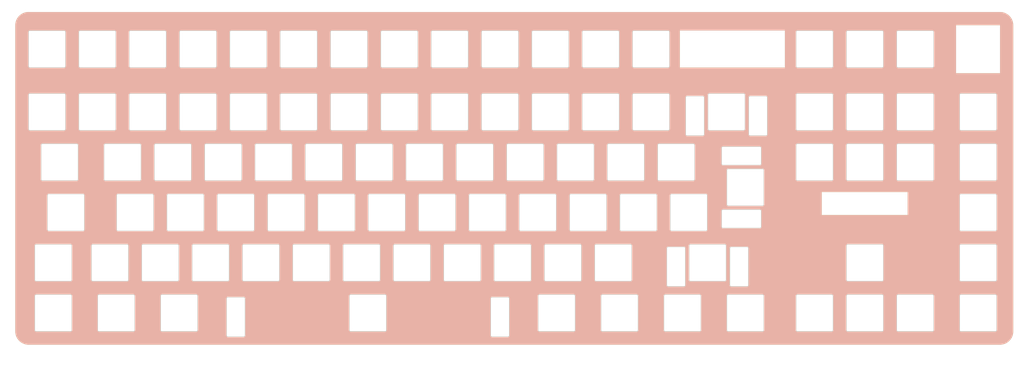
<source format=kicad_pcb>
(kicad_pcb (version 20241229) (generator "pcbnew") (generator_version "9.0")
  (layers (0 "F.Cu" signal) (2 "B.Cu" signal) (13 "F.Paste" user) (15 "B.Paste" user) (5 "F.SilkS" user "F.Silkscreen") (7 "B.SilkS" user "B.Silkscreen") (1 "F.Mask" user) (3 "B.Mask" user) (25 "Edge.Cuts" user))
  (net 0 "")
  (gr_line (start 85.45 41.7125) (end 98.45 41.7125) (stroke (width 0.2)) (layer "Edge.Cuts"))
  (gr_line (start 165.9125 109.175) (end 165.9125 122.175) (stroke (width 0.2)) (layer "Edge.Cuts"))
  (gr_line (start 27.8004 20.6529) (end 395.5004 20.6529) (stroke (width 0.05)) (layer "Edge.Cuts"))
  (gr_line (start 128.3125 108.675) (end 141.3125 108.675) (stroke (width 0.2)) (layer "Edge.Cuts"))
  (gr_line (start 283.537 53.025) (end 283.537 67.025) (stroke (width 0.2)) (layer "Edge.Cuts"))
  (gr_line (start 318.8125 51.525) (end 331.8125 51.525) (stroke (width 0.2)) (layer "Edge.Cuts"))
  (gr_arc (start 149.24375 128.225) (mid 149.3902 127.871464) (end 149.74375 127.725) (stroke (width 0.2)) (layer "Edge.Cuts"))
  (gr_arc (start 136.55 51.525) (mid 136.903553 51.671447) (end 137.05 52.025) (stroke (width 0.2)) (layer "Edge.Cuts"))
  (gr_arc (start 203.2439 143.725) (mid 202.892724 143.580996) (end 202.74375 143.2319) (stroke (width 0.2)) (layer "Edge.Cuts"))
  (gr_line (start 90.2125 108.675) (end 103.2125 108.675) (stroke (width 0.2)) (layer "Edge.Cuts"))
  (gr_line (start 332.3125 28.2125) (end 332.3125 41.2125) (stroke (width 0.2)) (layer "Edge.Cuts"))
  (gr_line (start 142.6 27.7125) (end 155.6 27.7125) (stroke (width 0.2)) (layer "Edge.Cuts"))
  (gr_arc (start 212.75 27.7125) (mid 213.103553 27.858947) (end 213.25 28.2125) (stroke (width 0.2)) (layer "Edge.Cuts"))
  (gr_arc (start 331.8125 70.575) (mid 332.166053 70.721447) (end 332.3125 71.075) (stroke (width 0.2)) (layer "Edge.Cuts"))
  (gr_line (start 180.7 65.525) (end 193.7 65.525) (stroke (width 0.2)) (layer "Edge.Cuts"))
  (gr_arc (start 356.4125 71.075) (mid 356.558947 70.721447) (end 356.9125 70.575) (stroke (width 0.2)) (layer "Edge.Cuts"))
  (gr_line (start 256.9 65.525) (end 269.9 65.525) (stroke (width 0.2)) (layer "Edge.Cuts"))
  (gr_arc (start 122.2625 108.675) (mid 122.616053 108.821447) (end 122.7625 109.175) (stroke (width 0.2)) (layer "Edge.Cuts"))
  (gr_arc (start 109.74375 143.225) (mid 109.5973 143.578536) (end 109.24375 143.725) (stroke (width 0.2)) (layer "Edge.Cuts"))
  (gr_arc (start 318.8125 84.575) (mid 318.458947 84.428553) (end 318.3125 84.075) (stroke (width 0.2)) (layer "Edge.Cuts"))
  (gr_arc (start 337.3625 52.025) (mid 337.508947 51.671447) (end 337.8625 51.525) (stroke (width 0.2)) (layer "Edge.Cuts"))
  (gr_line (start 305.61875 94.1) (end 292.6188 94.1) (stroke (width 0.2)) (layer "Edge.Cuts"))
  (gr_line (start 203.24375 128.725) (end 209.2437 128.725) (stroke (width 0.2)) (layer "Edge.Cuts"))
  (gr_line (start 370.4125 28.2125) (end 370.4125 41.2125) (stroke (width 0.2)) (layer "Edge.Cuts"))
  (gr_line (start 292.11875 128.225) (end 292.11875 141.2319) (stroke (width 0.2)) (layer "Edge.Cuts"))
  (gr_line (start 171.175 70.575) (end 184.175 70.575) (stroke (width 0.2)) (layer "Edge.Cuts"))
  (gr_line (start 156.8875 89.625) (end 169.8875 89.625) (stroke (width 0.2)) (layer "Edge.Cuts"))
  (gr_line (start 142.6 65.525) (end 155.6 65.525) (stroke (width 0.2)) (layer "Edge.Cuts"))
  (gr_arc (start 356.4125 28.2125) (mid 356.558947 27.858947) (end 356.9125 27.7125) (stroke (width 0.2)) (layer "Edge.Cuts"))
  (gr_arc (start 279.925 84.075) (mid 279.778553 84.428553) (end 279.425 84.575) (stroke (width 0.2)) (layer "Edge.Cuts"))
  (gr_line (start 380.225 52.025) (end 380.225 65.025) (stroke (width 0.2)) (layer "Edge.Cuts"))
  (gr_arc (start 190.225 84.575) (mid 189.871447 84.428553) (end 189.725 84.075) (stroke (width 0.2)) (layer "Edge.Cuts"))
  (gr_arc (start 128.3125 122.675) (mid 127.958947 122.528553) (end 127.8125 122.175) (stroke (width 0.2)) (layer "Edge.Cuts"))
  (gr_line (start 54.49375 127.725) (end 67.4936 127.725) (stroke (width 0.2)) (layer "Edge.Cuts"))
  (gr_line (start 277.83125 109.175) (end 277.83125 122.1819) (stroke (width 0.2)) (layer "Edge.Cuts"))
  (gr_arc (start 305.6187 127.725) (mid 305.974786 127.874014) (end 306.11875 128.232171) (stroke (width 0.2)) (layer "Edge.Cuts"))
  (gr_arc (start 150.8375 89.625) (mid 151.191053 89.771447) (end 151.3375 90.125) (stroke (width 0.2)) (layer "Edge.Cuts"))
  (gr_line (start 161.15 52.025) (end 161.15 65.025) (stroke (width 0.2)) (layer "Edge.Cuts"))
  (gr_arc (start 122.7625 122.175) (mid 122.616053 122.528553) (end 122.2625 122.675) (stroke (width 0.2)) (layer "Edge.Cuts"))
  (gr_arc (start 156.3875 90.125) (mid 156.533947 89.771447) (end 156.8875 89.625) (stroke (width 0.2)) (layer "Edge.Cuts"))
  (gr_line (start 35.4439 103.625) (end 48.44375 103.625) (stroke (width 0.2)) (layer "Edge.Cuts"))
  (gr_arc (start 213.5375 90.125) (mid 213.683947 89.771447) (end 214.0375 89.625) (stroke (width 0.2)) (layer "Edge.Cuts"))
  (gr_line (start 394.225 71.075) (end 394.225 84.075) (stroke (width 0.2)) (layer "Edge.Cuts"))
  (gr_arc (start 380.725 141.725) (mid 380.371447 141.578553) (end 380.225 141.225) (stroke (width 0.2)) (layer "Edge.Cuts"))
  (gr_arc (start 137.05 41.2125) (mid 136.903553 41.566053) (end 136.55 41.7125) (stroke (width 0.2)) (layer "Edge.Cuts"))
  (gr_arc (start 85.45 41.7125) (mid 85.096447 41.566053) (end 84.95 41.2125) (stroke (width 0.2)) (layer "Edge.Cuts"))
  (gr_line (start 71.1625 122.675) (end 84.1625 122.675) (stroke (width 0.2)) (layer "Edge.Cuts"))
  (gr_line (start 194.4875 90.125) (end 194.4875 103.125) (stroke (width 0.2)) (layer "Edge.Cuts"))
  (gr_line (start 380.225 71.075) (end 380.225 84.075) (stroke (width 0.2)) (layer "Edge.Cuts"))
  (gr_arc (start 84.1625 108.675) (mid 84.516053 108.821447) (end 84.6625 109.175) (stroke (width 0.2)) (layer "Edge.Cuts"))
  (gr_arc (start 292.11875 80.6) (mid 292.2652 80.246464) (end 292.61875 80.1) (stroke (width 0.2)) (layer "Edge.Cuts"))
  (gr_arc (start 47.35 41.7125) (mid 46.996447 41.566053) (end 46.85 41.2125) (stroke (width 0.2)) (layer "Edge.Cuts"))
  (gr_line (start 251.35 52.025) (end 251.35 65.025) (stroke (width 0.2)) (layer "Edge.Cuts"))
  (gr_arc (start 203.725 84.075) (mid 203.578553 84.428553) (end 203.225 84.575) (stroke (width 0.2)) (layer "Edge.Cuts"))
  (gr_arc (start 184.9625 109.175) (mid 185.108947 108.821447) (end 185.4625 108.675) (stroke (width 0.2)) (layer "Edge.Cuts"))
  (gr_arc (start 123.05 28.2125) (mid 123.196447 27.858947) (end 123.55 27.7125) (stroke (width 0.2)) (layer "Edge.Cuts"))
  (gr_arc (start 61.6375 103.625) (mid 61.283947 103.478553) (end 61.1375 103.125) (stroke (width 0.2)) (layer "Edge.Cuts"))
  (gr_line (start 204.5125 122.675) (end 217.5125 122.675) (stroke (width 0.2)) (layer "Edge.Cuts"))
  (gr_arc (start 160.3625 108.675) (mid 160.716053 108.821447) (end 160.8625 109.175) (stroke (width 0.2)) (layer "Edge.Cuts"))
  (gr_line (start 218.8 51.525) (end 231.8 51.525) (stroke (width 0.2)) (layer "Edge.Cuts"))
  (gr_line (start 170.3875 90.125) (end 170.3875 103.125) (stroke (width 0.2)) (layer "Edge.Cuts"))
  (gr_line (start 47.35 27.7125) (end 60.35 27.7125) (stroke (width 0.2)) (layer "Edge.Cuts"))
  (gr_arc (start 108.7625 109.175) (mid 108.908947 108.821447) (end 109.2625 108.675) (stroke (width 0.2)) (layer "Edge.Cuts"))
  (gr_line (start 304.6187 71.662) (end 290.61875 71.662) (stroke (width 0.2)) (layer "Edge.Cuts"))
  (gr_line (start 244.49375 128.225) (end 244.49375 141.2319) (stroke (width 0.2)) (layer "Edge.Cuts"))
  (gr_line (start 300.913 52.525) (end 306.913 52.525) (stroke (width 0.2)) (layer "Edge.Cuts"))
  (gr_arc (start 170.3875 103.125) (mid 170.241053 103.478553) (end 169.8875 103.625) (stroke (width 0.2)) (layer "Edge.Cuts"))
  (gr_line (start 318.3125 128.225) (end 318.3125 141.225) (stroke (width 0.2)) (layer "Edge.Cuts"))
  (gr_line (start 380.725 51.525) (end 393.725 51.525) (stroke (width 0.2)) (layer "Edge.Cuts"))
  (gr_arc (start 94.1875 103.125) (mid 94.041053 103.478553) (end 93.6875 103.625) (stroke (width 0.2)) (layer "Edge.Cuts"))
  (gr_line (start 104 28.2125) (end 104 41.2125) (stroke (width 0.2)) (layer "Edge.Cuts"))
  (gr_arc (start 79.4 51.525) (mid 79.753553 51.671447) (end 79.9 52.025) (stroke (width 0.2)) (layer "Edge.Cuts"))
  (gr_arc (start 46.85 28.2125) (mid 46.996447 27.858947) (end 47.35 27.7125) (stroke (width 0.2)) (layer "Edge.Cuts"))
  (gr_line (start 30.18125 109.175) (end 30.18125 122.175) (stroke (width 0.2)) (layer "Edge.Cuts"))
  (gr_line (start 166.4125 122.675) (end 179.4125 122.675) (stroke (width 0.2)) (layer "Edge.Cuts"))
  (gr_line (start 149.7438 141.725) (end 162.74375 141.725) (stroke (width 0.2)) (layer "Edge.Cuts"))
  (gr_line (start 99.2375 90.125) (end 99.2375 103.125) (stroke (width 0.2)) (layer "Edge.Cuts"))
  (gr_line (start 213.5375 90.125) (end 213.5375 103.125) (stroke (width 0.2)) (layer "Edge.Cuts"))
  (gr_arc (start 175.4375 90.125) (mid 175.583947 89.771447) (end 175.9375 89.625) (stroke (width 0.2)) (layer "Edge.Cuts"))
  (gr_line (start 137.05 28.2125) (end 137.05 41.2125) (stroke (width 0.2)) (layer "Edge.Cuts"))
  (gr_arc (start 395.5004 20.6529) (mid 399.035934 22.117366) (end 400.5004 25.6529) (stroke (width 0.05)) (layer "Edge.Cuts"))
  (gr_arc (start 370.4125 84.075) (mid 370.266053 84.428553) (end 369.9125 84.575) (stroke (width 0.2)) (layer "Edge.Cuts"))
  (gr_line (start 165.625 71.075) (end 165.625 84.075) (stroke (width 0.2)) (layer "Edge.Cuts"))
  (gr_arc (start 51.6125 109.175) (mid 51.758947 108.821447) (end 52.1125 108.675) (stroke (width 0.2)) (layer "Edge.Cuts"))
  (gr_line (start 244.99375 127.725) (end 257.9936 127.725) (stroke (width 0.2)) (layer "Edge.Cuts"))
  (gr_line (start 209.74375 129.232171) (end 209.74375 143.225) (stroke (width 0.2)) (layer "Edge.Cuts"))
  (gr_arc (start 28.3 41.7125) (mid 27.946447 41.566053) (end 27.8 41.2125) (stroke (width 0.2)) (layer "Edge.Cuts"))
  (gr_line (start 304.6187 95.538) (end 290.61875 95.538) (stroke (width 0.2)) (layer "Edge.Cuts"))
  (gr_arc (start 193.7 27.7125) (mid 194.053553 27.858947) (end 194.2 28.2125) (stroke (width 0.2)) (layer "Edge.Cuts"))
  (gr_line (start 278.33125 108.675) (end 291.3311 108.675) (stroke (width 0.2)) (layer "Edge.Cuts"))
  (gr_arc (start 70.375 84.075) (mid 70.228553 84.428553) (end 69.875 84.575) (stroke (width 0.2)) (layer "Edge.Cuts"))
  (gr_arc (start 208.4875 103.125) (mid 208.341053 103.478553) (end 207.9875 103.625) (stroke (width 0.2)) (layer "Edge.Cuts"))
  (gr_arc (start 56.375 71.075) (mid 56.521447 70.721447) (end 56.875 70.575) (stroke (width 0.2)) (layer "Edge.Cuts"))
  (gr_line (start 48.94375 90.132171) (end 48.94375 103.125) (stroke (width 0.2)) (layer "Edge.Cuts"))
  (gr_line (start 221.1813 141.725) (end 234.18125 141.725) (stroke (width 0.2)) (layer "Edge.Cuts"))
  (gr_line (start 244.9939 141.725) (end 257.99375 141.725) (stroke (width 0.2)) (layer "Edge.Cuts"))
  (gr_line (start 337.8625 108.675) (end 350.8625 108.675) (stroke (width 0.2)) (layer "Edge.Cuts"))
  (gr_line (start 291.83125 109.182171) (end 291.83125 122.175) (stroke (width 0.2)) (layer "Edge.Cuts"))
  (gr_arc (start 237.0625 122.175) (mid 236.916053 122.528553) (end 236.5625 122.675) (stroke (width 0.2)) (layer "Edge.Cuts"))
  (gr_line (start 28.3 51.525) (end 41.3 51.525) (stroke (width 0.2)) (layer "Edge.Cuts"))
  (gr_arc (start 393.725 70.575) (mid 394.078553 70.721447) (end 394.225 71.075) (stroke (width 0.2)) (layer "Edge.Cuts"))
  (gr_arc (start 88.925 70.575) (mid 89.278553 70.721447) (end 89.425 71.075) (stroke (width 0.2)) (layer "Edge.Cuts"))
  (gr_arc (start 194.2 65.025) (mid 194.053553 65.378553) (end 193.7 65.525) (stroke (width 0.2)) (layer "Edge.Cuts"))
  (gr_arc (start 136.55 27.7125) (mid 136.903553 27.858947) (end 137.05 28.2125) (stroke (width 0.2)) (layer "Edge.Cuts"))
  (gr_arc (start 48.4436 89.625) (mid 48.799751 89.773978) (end 48.94375 90.132171) (stroke (width 0.2)) (layer "Edge.Cuts"))
  (gr_arc (start 270.4 65.025) (mid 270.253553 65.378553) (end 269.9 65.525) (stroke (width 0.2)) (layer "Edge.Cuts"))
  (gr_line (start 123.05 28.2125) (end 123.05 41.2125) (stroke (width 0.2)) (layer "Edge.Cuts"))
  (gr_arc (start 118.2875 90.125) (mid 118.433947 89.771447) (end 118.7875 89.625) (stroke (width 0.2)) (layer "Edge.Cuts"))
  (gr_line (start 380.225 109.175) (end 380.225 122.175) (stroke (width 0.2)) (layer "Edge.Cuts"))
  (gr_arc (start 127.025 70.575) (mid 127.378553 70.721447) (end 127.525 71.075) (stroke (width 0.2)) (layer "Edge.Cuts"))
  (gr_arc (start 44.18125 122.175) (mid 44.0348 122.528536) (end 43.68125 122.675) (stroke (width 0.2)) (layer "Edge.Cuts"))
  (gr_arc (start 234.1811 127.725) (mid 234.537251 127.873978) (end 234.68125 128.232171) (stroke (width 0.2)) (layer "Edge.Cuts"))
  (gr_line (start 290.11875 72.162) (end 290.11875 78.1689) (stroke (width 0.2)) (layer "Edge.Cuts"))
  (gr_line (start 104.5 65.525) (end 117.5 65.525) (stroke (width 0.2)) (layer "Edge.Cuts"))
  (gr_line (start 142.1 28.2125) (end 142.1 41.2125) (stroke (width 0.2)) (layer "Edge.Cuts"))
  (gr_arc (start 356.9125 141.725) (mid 356.558947 141.578553) (end 356.4125 141.225) (stroke (width 0.2)) (layer "Edge.Cuts"))
  (gr_line (start 44.18125 128.232171) (end 44.18125 141.225) (stroke (width 0.2)) (layer "Edge.Cuts"))
  (gr_arc (start 75.925 84.575) (mid 75.571447 84.428553) (end 75.425 84.075) (stroke (width 0.2)) (layer "Edge.Cuts"))
  (gr_arc (start 79.9 65.025) (mid 79.753553 65.378553) (end 79.4 65.525) (stroke (width 0.2)) (layer "Edge.Cuts"))
  (gr_line (start 103.7125 109.175) (end 103.7125 122.175) (stroke (width 0.2)) (layer "Edge.Cuts"))
  (gr_line (start 256.1125 109.175) (end 256.1125 122.175) (stroke (width 0.2)) (layer "Edge.Cuts"))
  (gr_line (start 46.5625 71.075) (end 46.5625 84.075) (stroke (width 0.2)) (layer "Edge.Cuts"))
  (gr_arc (start 56.875 84.575) (mid 56.521447 84.428553) (end 56.375 84.075) (stroke (width 0.2)) (layer "Edge.Cuts"))
  (gr_line (start 284.975 52.025) (end 284.975 65.025) (stroke (width 0.2)) (layer "Edge.Cuts"))
  (gr_line (start 370.4125 71.075) (end 370.4125 84.075) (stroke (width 0.2)) (layer "Edge.Cuts"))
  (gr_line (start 123.05 52.025) (end 123.05 65.025) (stroke (width 0.2)) (layer "Edge.Cuts"))
  (gr_arc (start 48.94375 103.125) (mid 48.7973 103.478536) (end 48.44375 103.625) (stroke (width 0.2)) (layer "Edge.Cuts"))
  (gr_line (start 227.5375 90.125) (end 227.5375 103.125) (stroke (width 0.2)) (layer "Edge.Cuts"))
  (gr_line (start 209.275 84.575) (end 222.275 84.575) (stroke (width 0.2)) (layer "Edge.Cuts"))
  (gr_arc (start 223.0625 109.175) (mid 223.208947 108.821447) (end 223.5625 108.675) (stroke (width 0.2)) (layer "Edge.Cuts"))
  (gr_line (start 337.8625 51.525) (end 350.8625 51.525) (stroke (width 0.2)) (layer "Edge.Cuts"))
  (gr_line (start 202.74375 129.225) (end 202.74375 143.2319) (stroke (width 0.2)) (layer "Edge.Cuts"))
  (gr_line (start 351.3625 109.175) (end 351.3625 122.175) (stroke (width 0.2)) (layer "Edge.Cuts"))
  (gr_line (start 161.65 51.525) (end 174.65 51.525) (stroke (width 0.2)) (layer "Edge.Cuts"))
  (gr_arc (start 146.575 84.075) (mid 146.428553 84.428553) (end 146.075 84.575) (stroke (width 0.2)) (layer "Edge.Cuts"))
  (gr_line (start 175.9375 103.625) (end 188.9375 103.625) (stroke (width 0.2)) (layer "Edge.Cuts"))
  (gr_arc (start 132.2875 103.125) (mid 132.141053 103.478553) (end 131.7875 103.625) (stroke (width 0.2)) (layer "Edge.Cuts"))
  (gr_line (start 400.5004 25.6529) (end 400.5004 141.7279) (stroke (width 0.05)) (layer "Edge.Cuts"))
  (gr_line (start 102.74375 129.225) (end 102.74375 143.2319) (stroke (width 0.2)) (layer "Edge.Cuts"))
  (gr_arc (start 369.9125 70.575) (mid 370.266053 70.721447) (end 370.4125 71.075) (stroke (width 0.2)) (layer "Edge.Cuts"))
  (gr_line (start 146.8625 109.175) (end 146.8625 122.175) (stroke (width 0.2)) (layer "Edge.Cuts"))
  (gr_arc (start 184.675 84.075) (mid 184.528553 84.428553) (end 184.175 84.575) (stroke (width 0.2)) (layer "Edge.Cuts"))
  (gr_arc (start 337.3625 71.075) (mid 337.508947 70.721447) (end 337.8625 70.575) (stroke (width 0.2)) (layer "Edge.Cuts"))
  (gr_line (start 256.9 27.7125) (end 269.9 27.7125) (stroke (width 0.2)) (layer "Edge.Cuts"))
  (gr_line (start 75.925 84.575) (end 88.925 84.575) (stroke (width 0.2)) (layer "Edge.Cuts"))
  (gr_line (start 30.68125 141.725) (end 43.68125 141.725) (stroke (width 0.2)) (layer "Edge.Cuts"))
  (gr_line (start 237.35 28.2125) (end 237.35 41.2125) (stroke (width 0.2)) (layer "Edge.Cuts"))
  (gr_arc (start 393.725 89.625) (mid 394.078553 89.771447) (end 394.225 90.125) (stroke (width 0.2)) (layer "Edge.Cuts"))
  (gr_line (start 141.8125 109.175) (end 141.8125 122.175) (stroke (width 0.2)) (layer "Edge.Cuts"))
  (gr_line (start 77.80625 128.225) (end 77.80625 141.2319) (stroke (width 0.2)) (layer "Edge.Cuts"))
  (gr_arc (start 298.975 65.025) (mid 298.828553 65.378553) (end 298.475 65.525) (stroke (width 0.2)) (layer "Edge.Cuts"))
  (gr_arc (start 258.49375 141.225) (mid 258.3473 141.578536) (end 257.99375 141.725) (stroke (width 0.2)) (layer "Edge.Cuts"))
  (gr_arc (start 66.4 41.7125) (mid 66.046447 41.566053) (end 65.9 41.2125) (stroke (width 0.2)) (layer "Edge.Cuts"))
  (gr_arc (start 141.3125 108.675) (mid 141.666053 108.821447) (end 141.8125 109.175) (stroke (width 0.2)) (layer "Edge.Cuts"))
  (gr_arc (start 118 41.2125) (mid 117.853553 41.566053) (end 117.5 41.7125) (stroke (width 0.2)) (layer "Edge.Cuts"))
  (gr_line (start 199.75 65.525) (end 212.75 65.525) (stroke (width 0.2)) (layer "Edge.Cuts"))
  (gr_rect (start 274.3254 27.6529) (end 314.1004 41.7029) (stroke (width 0.05)) (fill no) (layer "Edge.Cuts"))
  (gr_arc (start 350.8625 27.7125) (mid 351.216053 27.858947) (end 351.3625 28.2125) (stroke (width 0.2)) (layer "Edge.Cuts"))
  (gr_arc (start 142.6 65.525) (mid 142.246447 65.378553) (end 142.1 65.025) (stroke (width 0.2)) (layer "Edge.Cuts"))
  (gr_line (start 380.725 127.725) (end 393.725 127.725) (stroke (width 0.2)) (layer "Edge.Cuts"))
  (gr_arc (start 228.325 84.575) (mid 227.971447 84.428553) (end 227.825 84.075) (stroke (width 0.2)) (layer "Edge.Cuts"))
  (gr_arc (start 300.913 67.525) (mid 300.559447 67.378553) (end 300.413 67.025) (stroke (width 0.2)) (layer "Edge.Cuts"))
  (gr_arc (start 104.5 65.525) (mid 104.146447 65.378553) (end 104 65.025) (stroke (width 0.2)) (layer "Edge.Cuts"))
  (gr_line (start 109.2625 108.675) (end 122.2625 108.675) (stroke (width 0.2)) (layer "Edge.Cuts"))
  (gr_line (start 247.375 70.575) (end 260.375 70.575) (stroke (width 0.2)) (layer "Edge.Cuts"))
  (gr_line (start 337.8625 65.525) (end 350.8625 65.525) (stroke (width 0.2)) (layer "Edge.Cuts"))
  (gr_line (start 132.575 71.075) (end 132.575 84.075) (stroke (width 0.2)) (layer "Edge.Cuts"))
  (gr_arc (start 318.8125 65.525) (mid 318.458947 65.378553) (end 318.3125 65.025) (stroke (width 0.2)) (layer "Edge.Cuts"))
  (gr_line (start 33.0625 84.575) (end 46.0625 84.575) (stroke (width 0.2)) (layer "Edge.Cuts"))
  (gr_arc (start 189.725 71.075) (mid 189.871447 70.721447) (end 190.225 70.575) (stroke (width 0.2)) (layer "Edge.Cuts"))
  (gr_arc (start 60.85 65.025) (mid 60.703553 65.378553) (end 60.35 65.525) (stroke (width 0.2)) (layer "Edge.Cuts"))
  (gr_arc (start 162.7437 127.725) (mid 163.099786 127.874014) (end 163.24375 128.232171) (stroke (width 0.2)) (layer "Edge.Cuts"))
  (gr_arc (start 380.725 122.675) (mid 380.371447 122.528553) (end 380.225 122.175) (stroke (width 0.2)) (layer "Edge.Cuts"))
  (gr_arc (start 204.0125 109.175) (mid 204.158947 108.821447) (end 204.5125 108.675) (stroke (width 0.2)) (layer "Edge.Cuts"))
  (gr_arc (start 207.9875 89.625) (mid 208.341053 89.771447) (end 208.4875 90.125) (stroke (width 0.2)) (layer "Edge.Cuts"))
  (gr_arc (start 94.475 71.075) (mid 94.621447 70.721447) (end 94.975 70.575) (stroke (width 0.2)) (layer "Edge.Cuts"))
  (gr_arc (start 54.4939 141.725) (mid 54.142724 141.580996) (end 53.99375 141.2319) (stroke (width 0.2)) (layer "Edge.Cuts"))
  (gr_line (start 122.7625 109.175) (end 122.7625 122.175) (stroke (width 0.2)) (layer "Edge.Cuts"))
  (gr_arc (start 351.3625 122.175) (mid 351.216053 122.528553) (end 350.8625 122.675) (stroke (width 0.2)) (layer "Edge.Cuts"))
  (gr_line (start 293.26925 110.175) (end 293.26925 124.1819) (stroke (width 0.2)) (layer "Edge.Cuts"))
  (gr_arc (start 332.3125 65.025) (mid 332.166053 65.378553) (end 331.8125 65.525) (stroke (width 0.2)) (layer "Edge.Cuts"))
  (gr_arc (start 337.3625 128.225) (mid 337.508947 127.871447) (end 337.8625 127.725) (stroke (width 0.2)) (layer "Edge.Cuts"))
  (gr_line (start 30.18125 128.225) (end 30.18125 141.225) (stroke (width 0.2)) (layer "Edge.Cuts"))
  (gr_arc (start 123.55 65.525) (mid 123.196447 65.378553) (end 123.05 65.025) (stroke (width 0.2)) (layer "Edge.Cuts"))
  (gr_arc (start 137.05 65.025) (mid 136.903553 65.378553) (end 136.55 65.525) (stroke (width 0.2)) (layer "Edge.Cuts"))
  (gr_arc (start 270.4 41.2125) (mid 270.253553 41.566053) (end 269.9 41.7125) (stroke (width 0.2)) (layer "Edge.Cuts"))
  (gr_line (start 180.7 27.7125) (end 193.7 27.7125) (stroke (width 0.2)) (layer "Edge.Cuts"))
  (gr_line (start 304.61875 78.662) (end 290.6189 78.662) (stroke (width 0.2)) (layer "Edge.Cuts"))
  (gr_arc (start 393.725 127.725) (mid 394.078553 127.871447) (end 394.225 128.225) (stroke (width 0.2)) (layer "Edge.Cuts"))
  (gr_arc (start 237.85 65.525) (mid 237.496447 65.378553) (end 237.35 65.025) (stroke (width 0.2)) (layer "Edge.Cuts"))
  (gr_line (start 337.8625 122.675) (end 350.8625 122.675) (stroke (width 0.2)) (layer "Edge.Cuts"))
  (gr_arc (start 71.1625 122.675) (mid 70.808947 122.528553) (end 70.6625 122.175) (stroke (width 0.2)) (layer "Edge.Cuts"))
  (gr_line (start 99.7375 89.625) (end 112.7375 89.625) (stroke (width 0.2)) (layer "Edge.Cuts"))
  (gr_arc (start 337.8625 84.575) (mid 337.508947 84.428553) (end 337.3625 84.075) (stroke (width 0.2)) (layer "Edge.Cuts"))
  (gr_arc (start 350.8625 127.725) (mid 351.216053 127.871447) (end 351.3625 128.225) (stroke (width 0.2)) (layer "Edge.Cuts"))
  (gr_line (start 161.65 41.7125) (end 174.65 41.7125) (stroke (width 0.2)) (layer "Edge.Cuts"))
  (gr_line (start 351.3625 52.025) (end 351.3625 65.025) (stroke (width 0.2)) (layer "Edge.Cuts"))
  (gr_arc (start 293.7693 124.675) (mid 293.418189 124.530961) (end 293.26925 124.1819) (stroke (width 0.2)) (layer "Edge.Cuts"))
  (gr_line (start 337.8625 41.7125) (end 350.8625 41.7125) (stroke (width 0.2)) (layer "Edge.Cuts"))
  (gr_arc (start 222.275 70.575) (mid 222.628553 70.721447) (end 222.775 71.075) (stroke (width 0.2)) (layer "Edge.Cuts"))
  (gr_line (start 78.30625 127.725) (end 91.3061 127.725) (stroke (width 0.2)) (layer "Edge.Cuts"))
  (gr_arc (start 260.375 70.575) (mid 260.728553 70.721447) (end 260.875 71.075) (stroke (width 0.2)) (layer "Edge.Cuts"))
  (gr_line (start 380.725 70.575) (end 393.725 70.575) (stroke (width 0.2)) (layer "Edge.Cuts"))
  (gr_arc (start 104.5 41.7125) (mid 104.146447 41.566053) (end 104 41.2125) (stroke (width 0.2)) (layer "Edge.Cuts"))
  (gr_line (start 199.75 51.525) (end 212.75 51.525) (stroke (width 0.2)) (layer "Edge.Cuts"))
  (gr_line (start 228.325 70.575) (end 241.325 70.575) (stroke (width 0.2)) (layer "Edge.Cuts"))
  (gr_arc (start 369.9125 127.725) (mid 370.266053 127.871447) (end 370.4125 128.225) (stroke (width 0.2)) (layer "Edge.Cuts"))
  (gr_line (start 118 52.025) (end 118 65.025) (stroke (width 0.2)) (layer "Edge.Cuts"))
  (gr_arc (start 241.325 70.575) (mid 241.678553 70.721447) (end 241.825 71.075) (stroke (width 0.2)) (layer "Edge.Cuts"))
  (gr_line (start 380.725 89.625) (end 393.725 89.625) (stroke (width 0.2)) (layer "Edge.Cuts"))
  (gr_line (start 394.225 128.225) (end 394.225 141.225) (stroke (width 0.2)) (layer "Edge.Cuts"))
  (gr_arc (start 98.95 41.2125) (mid 98.803553 41.566053) (end 98.45 41.7125) (stroke (width 0.2)) (layer "Edge.Cuts"))
  (gr_line (start 133.075 84.575) (end 146.075 84.575) (stroke (width 0.2)) (layer "Edge.Cuts"))
  (gr_line (start 65.9 28.2125) (end 65.9 41.2125) (stroke (width 0.2)) (layer "Edge.Cuts"))
  (gr_line (start 298.975 52.025) (end 298.975 65.025) (stroke (width 0.2)) (layer "Edge.Cuts"))
  (gr_arc (start 241.825 84.075) (mid 241.678553 84.428553) (end 241.325 84.575) (stroke (width 0.2)) (layer "Edge.Cuts"))
  (gr_line (start 265.925 71.075) (end 265.925 84.075) (stroke (width 0.2)) (layer "Edge.Cuts"))
  (gr_line (start 123.55 41.7125) (end 136.55 41.7125) (stroke (width 0.2)) (layer "Edge.Cuts"))
  (gr_line (start 47.35 65.525) (end 60.35 65.525) (stroke (width 0.2)) (layer "Edge.Cuts"))
  (gr_line (start 218.3 52.025) (end 218.3 65.025) (stroke (width 0.2)) (layer "Edge.Cuts"))
  (gr_line (start 80.6875 103.625) (end 93.6875 103.625) (stroke (width 0.2)) (layer "Edge.Cuts"))
  (gr_arc (start 213.25 65.025) (mid 213.103553 65.378553) (end 212.75 65.525) (stroke (width 0.2)) (layer "Edge.Cuts"))
  (gr_arc (start 304.6187 71.662) (mid 304.974786 71.811014) (end 305.11875 72.169171) (stroke (width 0.2)) (layer "Edge.Cuts"))
  (gr_arc (start 27.8 52.025) (mid 27.946447 51.671447) (end 28.3 51.525) (stroke (width 0.2)) (layer "Edge.Cuts"))
  (gr_arc (start 298.475 51.525) (mid 298.828553 51.671447) (end 298.975 52.025) (stroke (width 0.2)) (layer "Edge.Cuts"))
  (gr_arc (start 41.3 27.7125) (mid 41.653553 27.858947) (end 41.8 28.2125) (stroke (width 0.2)) (layer "Edge.Cuts"))
  (gr_arc (start 242.1125 109.175) (mid 242.258947 108.821447) (end 242.6125 108.675) (stroke (width 0.2)) (layer "Edge.Cuts"))
  (gr_line (start 277.037 52.525) (end 283.037 52.525) (stroke (width 0.2)) (layer "Edge.Cuts"))
  (gr_arc (start 204.5125 122.675) (mid 204.158947 122.528553) (end 204.0125 122.175) (stroke (width 0.2)) (layer "Edge.Cuts"))
  (gr_arc (start 165.625 84.075) (mid 165.478553 84.428553) (end 165.125 84.575) (stroke (width 0.2)) (layer "Edge.Cuts"))
  (gr_line (start 232.3 28.2125) (end 232.3 41.2125) (stroke (width 0.2)) (layer "Edge.Cuts"))
  (gr_line (start 266.425 84.575) (end 279.425 84.575) (stroke (width 0.2)) (layer "Edge.Cuts"))
  (gr_arc (start 260.875 84.075) (mid 260.728553 84.428553) (end 260.375 84.575) (stroke (width 0.2)) (layer "Edge.Cuts"))
  (gr_arc (start 194.2 41.2125) (mid 194.053553 41.566053) (end 193.7 41.7125) (stroke (width 0.2)) (layer "Edge.Cuts"))
  (gr_line (start 318.8125 127.725) (end 331.8125 127.725) (stroke (width 0.2)) (layer "Edge.Cuts"))
  (gr_line (start 44.18125 109.182171) (end 44.18125 122.175) (stroke (width 0.2)) (layer "Edge.Cuts"))
  (gr_arc (start 28.3 65.525) (mid 27.946447 65.378553) (end 27.8 65.025) (stroke (width 0.2)) (layer "Edge.Cuts"))
  (gr_arc (start 369.9125 27.7125) (mid 370.266053 27.858947) (end 370.4125 28.2125) (stroke (width 0.2)) (layer "Edge.Cuts"))
  (gr_arc (start 332.3125 84.075) (mid 332.166053 84.428553) (end 331.8125 84.575) (stroke (width 0.2)) (layer "Edge.Cuts"))
  (gr_line (start 282.30625 128.232171) (end 282.30625 141.225) (stroke (width 0.2)) (layer "Edge.Cuts"))
  (gr_line (start 252.1375 89.625) (end 265.1375 89.625) (stroke (width 0.2)) (layer "Edge.Cuts"))
  (gr_arc (start 306.913 52.525) (mid 307.266553 52.671447) (end 307.413 53.025) (stroke (width 0.2)) (layer "Edge.Cuts"))
  (gr_line (start 300.913 67.525) (end 306.913 67.525) (stroke (width 0.2)) (layer "Edge.Cuts"))
  (gr_line (start 114.025 84.575) (end 127.025 84.575) (stroke (width 0.2)) (layer "Edge.Cuts"))
  (gr_arc (start 265.925 71.075) (mid 266.071447 70.721447) (end 266.425 70.575) (stroke (width 0.2)) (layer "Edge.Cuts"))
  (gr_arc (start 318.3125 128.225) (mid 318.458947 127.871447) (end 318.8125 127.725) (stroke (width 0.2)) (layer "Edge.Cuts"))
  (gr_arc (start 231.8 27.7125) (mid 232.153553 27.858947) (end 232.3 28.2125) (stroke (width 0.2)) (layer "Edge.Cuts"))
  (gr_line (start 61.6375 103.625) (end 74.6375 103.625) (stroke (width 0.2)) (layer "Edge.Cuts"))
  (gr_arc (start 380.725 84.575) (mid 380.371447 84.428553) (end 380.225 84.075) (stroke (width 0.2)) (layer "Edge.Cuts"))
  (gr_arc (start 69.875 70.575) (mid 70.228553 70.721447) (end 70.375 71.075) (stroke (width 0.2)) (layer "Edge.Cuts"))
  (gr_line (start 60.85 52.025) (end 60.85 65.025) (stroke (width 0.2)) (layer "Edge.Cuts"))
  (gr_arc (start 46.0625 70.575) (mid 46.416053 70.721447) (end 46.5625 71.075) (stroke (width 0.2)) (layer "Edge.Cuts"))
  (gr_line (start 256.4 52.025) (end 256.4 65.025) (stroke (width 0.2)) (layer "Edge.Cuts"))
  (gr_line (start 28.3 65.525) (end 41.3 65.525) (stroke (width 0.2)) (layer "Edge.Cuts"))
  (gr_arc (start 271.1875 103.625) (mid 270.833947 103.478553) (end 270.6875 103.125) (stroke (width 0.2)) (layer "Edge.Cuts"))
  (gr_line (start 277.037 67.525) (end 283.037 67.525) (stroke (width 0.2)) (layer "Edge.Cuts"))
  (gr_line (start 214.0375 103.625) (end 227.0375 103.625) (stroke (width 0.2)) (layer "Edge.Cuts"))
  (gr_line (start 380.725 122.675) (end 393.725 122.675) (stroke (width 0.2)) (layer "Edge.Cuts"))
  (gr_arc (start 90.2125 122.675) (mid 89.858947 122.528553) (end 89.7125 122.175) (stroke (width 0.2)) (layer "Edge.Cuts"))
  (gr_arc (start 30.18125 128.225) (mid 30.327697 127.871447) (end 30.68125 127.725) (stroke (width 0.2)) (layer "Edge.Cuts"))
  (gr_line (start 278.3314 122.675) (end 291.33125 122.675) (stroke (width 0.2)) (layer "Edge.Cuts"))
  (gr_line (start 199.75 41.7125) (end 212.75 41.7125) (stroke (width 0.2)) (layer "Edge.Cuts"))
  (gr_line (start 268.8063 141.725) (end 281.80625 141.725) (stroke (width 0.2)) (layer "Edge.Cuts"))
  (gr_line (start 380.725 141.725) (end 393.725 141.725) (stroke (width 0.2)) (layer "Edge.Cuts"))
  (gr_arc (start 142.1 28.2125) (mid 142.246447 27.858947) (end 142.6 27.7125) (stroke (width 0.2)) (layer "Edge.Cuts"))
  (gr_line (start 242.6125 108.675) (end 255.6125 108.675) (stroke (width 0.2)) (layer "Edge.Cuts"))
  (gr_line (start 190.225 84.575) (end 203.225 84.575) (stroke (width 0.2)) (layer "Edge.Cuts"))
  (gr_line (start 85.45 27.7125) (end 98.45 27.7125) (stroke (width 0.2)) (layer "Edge.Cuts"))
  (gr_arc (start 332.3125 141.225) (mid 332.166053 141.578553) (end 331.8125 141.725) (stroke (width 0.2)) (layer "Edge.Cuts"))
  (gr_line (start 161.15 28.2125) (end 161.15 41.2125) (stroke (width 0.2)) (layer "Edge.Cuts"))
  (gr_line (start 337.3625 28.2125) (end 337.3625 41.2125) (stroke (width 0.2)) (layer "Edge.Cuts"))
  (gr_line (start 84.95 52.025) (end 84.95 65.025) (stroke (width 0.2)) (layer "Edge.Cuts"))
  (gr_arc (start 65.9 52.025) (mid 66.046447 51.671447) (end 66.4 51.525) (stroke (width 0.2)) (layer "Edge.Cuts"))
  (gr_line (start 151.625 71.075) (end 151.625 84.075) (stroke (width 0.2)) (layer "Edge.Cuts"))
  (gr_line (start 161.65 27.7125) (end 174.65 27.7125) (stroke (width 0.2)) (layer "Edge.Cuts"))
  (gr_line (start 179.9125 109.175) (end 179.9125 122.175) (stroke (width 0.2)) (layer "Edge.Cuts"))
  (gr_arc (start 66.4 65.525) (mid 66.046447 65.378553) (end 65.9 65.025) (stroke (width 0.2)) (layer "Edge.Cuts"))
  (gr_arc (start 283.037 52.525) (mid 283.390553 52.671447) (end 283.537 53.025) (stroke (width 0.2)) (layer "Edge.Cuts"))
  (gr_arc (start 184.175 70.575) (mid 184.528553 70.721447) (end 184.675 71.075) (stroke (width 0.2)) (layer "Edge.Cuts"))
  (gr_arc (start 163.24375 141.225) (mid 163.0973 141.578536) (end 162.74375 141.725) (stroke (width 0.2)) (layer "Edge.Cuts"))
  (gr_line (start 380.725 108.675) (end 393.725 108.675) (stroke (width 0.2)) (layer "Edge.Cuts"))
  (gr_line (start 56.875 84.575) (end 69.875 84.575) (stroke (width 0.2)) (layer "Edge.Cuts"))
  (gr_arc (start 237.85 41.7125) (mid 237.496447 41.566053) (end 237.35 41.2125) (stroke (width 0.2)) (layer "Edge.Cuts"))
  (gr_line (start 75.1375 90.125) (end 75.1375 103.125) (stroke (width 0.2)) (layer "Edge.Cuts"))
  (gr_arc (start 237.35 28.2125) (mid 237.496447 27.858947) (end 237.85 27.7125) (stroke (width 0.2)) (layer "Edge.Cuts"))
  (gr_line (start 337.8625 70.575) (end 350.8625 70.575) (stroke (width 0.2)) (layer "Edge.Cuts"))
  (gr_arc (start 85.45 65.525) (mid 85.096447 65.378553) (end 84.95 65.025) (stroke (width 0.2)) (layer "Edge.Cuts"))
  (gr_arc (start 161.65 65.525) (mid 161.296447 65.378553) (end 161.15 65.025) (stroke (width 0.2)) (layer "Edge.Cuts"))
  (gr_arc (start 269.9 51.525) (mid 270.253553 51.671447) (end 270.4 52.025) (stroke (width 0.2)) (layer "Edge.Cuts"))
  (gr_arc (start 137.3375 90.125) (mid 137.483947 89.771447) (end 137.8375 89.625) (stroke (width 0.2)) (layer "Edge.Cuts"))
  (gr_line (start 305.6187 80.1) (end 292.61875 80.1) (stroke (width 0.2)) (layer "Edge.Cuts"))
  (gr_line (start 80.6875 89.625) (end 93.6875 89.625) (stroke (width 0.2)) (layer "Edge.Cuts"))
  (gr_line (start 103.24375 128.725) (end 109.2437 128.725) (stroke (width 0.2)) (layer "Edge.Cuts"))
  (gr_line (start 180.2 28.2125) (end 180.2 41.2125) (stroke (width 0.2)) (layer "Edge.Cuts"))
  (gr_arc (start 218.0125 122.175) (mid 217.866053 122.528553) (end 217.5125 122.675) (stroke (width 0.2)) (layer "Edge.Cuts"))
  (gr_arc (start 79.9 41.2125) (mid 79.753553 41.566053) (end 79.4 41.7125) (stroke (width 0.2)) (layer "Edge.Cuts"))
  (gr_arc (start 220.68125 128.225) (mid 220.8277 127.871464) (end 221.18125 127.725) (stroke (width 0.2)) (layer "Edge.Cuts"))
  (gr_arc (start 65.9 28.2125) (mid 66.046447 27.858947) (end 66.4 27.7125) (stroke (width 0.2)) (layer "Edge.Cuts"))
  (gr_line (start 113.525 71.075) (end 113.525 84.075) (stroke (width 0.2)) (layer "Edge.Cuts"))
  (gr_arc (start 208.775 71.075) (mid 208.921447 70.721447) (end 209.275 70.575) (stroke (width 0.2)) (layer "Edge.Cuts"))
  (gr_arc (start 222.775 84.075) (mid 222.628553 84.428553) (end 222.275 84.575) (stroke (width 0.2)) (layer "Edge.Cuts"))
  (gr_line (start 190.225 70.575) (end 203.225 70.575) (stroke (width 0.2)) (layer "Edge.Cuts"))
  (gr_line (start 56.375 71.075) (end 56.375 84.075) (stroke (width 0.2)) (layer "Edge.Cuts"))
  (gr_line (start 170.675 71.075) (end 170.675 84.075) (stroke (width 0.2)) (layer "Edge.Cuts"))
  (gr_arc (start 104 28.2125) (mid 104.146447 27.858947) (end 104.5 27.7125) (stroke (width 0.2)) (layer "Edge.Cuts"))
  (gr_line (start 251.6375 90.125) (end 251.6375 103.125) (stroke (width 0.2)) (layer "Edge.Cuts"))
  (gr_line (start 175.15 52.025) (end 175.15 65.025) (stroke (width 0.2)) (layer "Edge.Cuts"))
  (gr_arc (start 256.4 52.025) (mid 256.546447 51.671447) (end 256.9 51.525) (stroke (width 0.2)) (layer "Edge.Cuts"))
  (gr_arc (start 356.4125 128.225) (mid 356.558947 127.871447) (end 356.9125 127.725) (stroke (width 0.2)) (layer "Edge.Cuts"))
  (gr_line (start 94.1875 90.125) (end 94.1875 103.125) (stroke (width 0.2)) (layer "Edge.Cuts"))
  (gr_arc (start 41.8 41.2125) (mid 41.653553 41.566053) (end 41.3 41.7125) (stroke (width 0.2)) (layer "Edge.Cuts"))
  (gr_arc (start 80.6875 103.625) (mid 80.333947 103.478553) (end 80.1875 103.125) (stroke (width 0.2)) (layer "Edge.Cuts"))
  (gr_line (start 356.9125 84.575) (end 369.9125 84.575) (stroke (width 0.2)) (layer "Edge.Cuts"))
  (gr_arc (start 234.68125 141.225) (mid 234.5348 141.578536) (end 234.18125 141.725) (stroke (width 0.2)) (layer "Edge.Cuts"))
  (gr_line (start 380.725 65.525) (end 393.725 65.525) (stroke (width 0.2)) (layer "Edge.Cuts"))
  (gr_line (start 123.55 51.525) (end 136.55 51.525) (stroke (width 0.2)) (layer "Edge.Cuts"))
  (gr_line (start 118.7875 103.625) (end 131.7875 103.625) (stroke (width 0.2)) (layer "Edge.Cuts"))
  (gr_arc (start 350.8625 70.575) (mid 351.216053 70.721447) (end 351.3625 71.075) (stroke (width 0.2)) (layer "Edge.Cuts"))
  (gr_line (start 175.15 28.2125) (end 175.15 41.2125) (stroke (width 0.2)) (layer "Edge.Cuts"))
  (gr_line (start 227.825 71.075) (end 227.825 84.075) (stroke (width 0.2)) (layer "Edge.Cuts"))
  (gr_arc (start 337.8625 41.7125) (mid 337.508947 41.566053) (end 337.3625 41.2125) (stroke (width 0.2)) (layer "Edge.Cuts"))
  (gr_arc (start 70.6625 109.175) (mid 70.808947 108.821447) (end 71.1625 108.675) (stroke (width 0.2)) (layer "Edge.Cuts"))
  (gr_arc (start 247.375 84.575) (mid 247.021447 84.428553) (end 246.875 84.075) (stroke (width 0.2)) (layer "Edge.Cuts"))
  (gr_line (start 118.2875 90.125) (end 118.2875 103.125) (stroke (width 0.2)) (layer "Edge.Cuts"))
  (gr_arc (start 78.3064 141.725) (mid 77.955224 141.580996) (end 77.80625 141.2319) (stroke (width 0.2)) (layer "Edge.Cuts"))
  (gr_arc (start 109.2437 128.725) (mid 109.599786 128.874014) (end 109.74375 129.232171) (stroke (width 0.2)) (layer "Edge.Cuts"))
  (gr_arc (start 282.30625 141.225) (mid 282.1598 141.578536) (end 281.80625 141.725) (stroke (width 0.2)) (layer "Edge.Cuts"))
  (gr_arc (start 209.275 84.575) (mid 208.921447 84.428553) (end 208.775 84.075) (stroke (width 0.2)) (layer "Edge.Cuts"))
  (gr_line (start 306.11875 128.232171) (end 306.11875 141.225) (stroke (width 0.2)) (layer "Edge.Cuts"))
  (gr_arc (start 221.1813 141.725) (mid 220.830189 141.580961) (end 220.68125 141.2319) (stroke (width 0.2)) (layer "Edge.Cuts"))
  (gr_line (start 222.775 71.075) (end 222.775 84.075) (stroke (width 0.2)) (layer "Edge.Cuts"))
  (gr_line (start 98.95 52.025) (end 98.95 65.025) (stroke (width 0.2)) (layer "Edge.Cuts"))
  (gr_arc (start 180.7 41.7125) (mid 180.346447 41.566053) (end 180.2 41.2125) (stroke (width 0.2)) (layer "Edge.Cuts"))
  (gr_arc (start 370.4125 41.2125) (mid 370.266053 41.566053) (end 369.9125 41.7125) (stroke (width 0.2)) (layer "Edge.Cuts"))
  (gr_line (start 337.3625 52.025) (end 337.3625 65.025) (stroke (width 0.2)) (layer "Edge.Cuts"))
  (gr_arc (start 305.11875 78.162) (mid 304.9723 78.515536) (end 304.61875 78.662) (stroke (width 0.2)) (layer "Edge.Cuts"))
  (gr_line (start 214.0375 89.625) (end 227.0375 89.625) (stroke (width 0.2)) (layer "Edge.Cuts"))
  (gr_arc (start 165.9125 109.175) (mid 166.058947 108.821447) (end 166.4125 108.675) (stroke (width 0.2)) (layer "Edge.Cuts"))
  (gr_line (start 228.325 84.575) (end 241.325 84.575) (stroke (width 0.2)) (layer "Edge.Cuts"))
  (gr_line (start 318.8125 84.575) (end 331.8125 84.575) (stroke (width 0.2)) (layer "Edge.Cuts"))
  (gr_arc (start 102.74375 129.225) (mid 102.8902 128.871464) (end 103.24375 128.725) (stroke (width 0.2)) (layer "Edge.Cuts"))
  (gr_arc (start 93.6875 89.625) (mid 94.041053 89.771447) (end 94.1875 90.125) (stroke (width 0.2)) (layer "Edge.Cuts"))
  (gr_line (start 337.3625 109.175) (end 337.3625 122.175) (stroke (width 0.2)) (layer "Edge.Cuts"))
  (gr_arc (start 283.537 67.025) (mid 283.390553 67.378553) (end 283.037 67.525) (stroke (width 0.2)) (layer "Edge.Cuts"))
  (gr_arc (start 161.15 28.2125) (mid 161.296447 27.858947) (end 161.65 27.7125) (stroke (width 0.2)) (layer "Edge.Cuts"))
  (gr_arc (start 160.8625 122.175) (mid 160.716053 122.528553) (end 160.3625 122.675) (stroke (width 0.2)) (layer "Edge.Cuts"))
  (gr_line (start 94.975 84.575) (end 107.975 84.575) (stroke (width 0.2)) (layer "Edge.Cuts"))
  (gr_arc (start 337.8625 141.725) (mid 337.508947 141.578553) (end 337.3625 141.225) (stroke (width 0.2)) (layer "Edge.Cuts"))
  (gr_arc (start 142.6 41.7125) (mid 142.246447 41.566053) (end 142.1 41.2125) (stroke (width 0.2)) (layer "Edge.Cuts"))
  (gr_line (start 27.8 28.2125) (end 27.8 41.2125) (stroke (width 0.2)) (layer "Edge.Cuts"))
  (gr_line (start 351.3625 128.225) (end 351.3625 141.225) (stroke (width 0.2)) (layer "Edge.Cuts"))
  (gr_arc (start 252.1375 103.625) (mid 251.783947 103.478553) (end 251.6375 103.125) (stroke (width 0.2)) (layer "Edge.Cuts"))
  (gr_arc (start 199.25 52.025) (mid 199.396447 51.671447) (end 199.75 51.525) (stroke (width 0.2)) (layer "Edge.Cuts"))
  (gr_line (start 260.875 71.075) (end 260.875 84.075) (stroke (width 0.2)) (layer "Edge.Cuts"))
  (gr_arc (start 244.49375 128.225) (mid 244.6402 127.871464) (end 244.99375 127.725) (stroke (width 0.2)) (layer "Edge.Cuts"))
  (gr_arc (start 99.2375 90.125) (mid 99.383947 89.771447) (end 99.7375 89.625) (stroke (width 0.2)) (layer "Edge.Cuts"))
  (gr_line (start 161.65 65.525) (end 174.65 65.525) (stroke (width 0.2)) (layer "Edge.Cuts"))
  (gr_line (start 142.6 51.525) (end 155.6 51.525) (stroke (width 0.2)) (layer "Edge.Cuts"))
  (gr_arc (start 268.30625 128.225) (mid 268.4527 127.871464) (end 268.80625 127.725) (stroke (width 0.2)) (layer "Edge.Cuts"))
  (gr_line (start 292.6188 141.725) (end 305.61875 141.725) (stroke (width 0.2)) (layer "Edge.Cuts"))
  (gr_arc (start 123.05 52.025) (mid 123.196447 51.671447) (end 123.55 51.525) (stroke (width 0.2)) (layer "Edge.Cuts"))
  (gr_arc (start 174.65 27.7125) (mid 175.003553 27.858947) (end 175.15 28.2125) (stroke (width 0.2)) (layer "Edge.Cuts"))
  (gr_line (start 370.4125 128.225) (end 370.4125 141.225) (stroke (width 0.2)) (layer "Edge.Cuts"))
  (gr_line (start 356.9125 70.575) (end 369.9125 70.575) (stroke (width 0.2)) (layer "Edge.Cuts"))
  (gr_arc (start 202.74375 129.225) (mid 202.8902 128.871464) (end 203.24375 128.725) (stroke (width 0.2)) (layer "Edge.Cuts"))
  (gr_arc (start 198.4625 108.675) (mid 198.816053 108.821447) (end 198.9625 109.175) (stroke (width 0.2)) (layer "Edge.Cuts"))
  (gr_line (start 242.6125 122.675) (end 255.6125 122.675) (stroke (width 0.2)) (layer "Edge.Cuts"))
  (gr_line (start 51.6125 109.175) (end 51.6125 122.175) (stroke (width 0.2)) (layer "Edge.Cuts"))
  (gr_line (start 114.025 70.575) (end 127.025 70.575) (stroke (width 0.2)) (layer "Edge.Cuts"))
  (gr_arc (start 103.2438 143.725) (mid 102.892689 143.580961) (end 102.74375 143.2319) (stroke (width 0.2)) (layer "Edge.Cuts"))
  (gr_arc (start 112.7375 89.625) (mid 113.091053 89.771447) (end 113.2375 90.125) (stroke (width 0.2)) (layer "Edge.Cuts"))
  (gr_line (start 293.76925 109.675) (end 299.7692 109.675) (stroke (width 0.2)) (layer "Edge.Cuts"))
  (gr_line (start 356.9125 51.525) (end 369.9125 51.525) (stroke (width 0.2)) (layer "Edge.Cuts"))
  (gr_line (start 194.2 52.025) (end 194.2 65.025) (stroke (width 0.2)) (layer "Edge.Cuts"))
  (gr_arc (start 284.6875 103.125) (mid 284.541053 103.478553) (end 284.1875 103.625) (stroke (width 0.2)) (layer "Edge.Cuts"))
  (gr_arc (start 179.4125 108.675) (mid 179.766053 108.821447) (end 179.9125 109.175) (stroke (width 0.2)) (layer "Edge.Cuts"))
  (gr_arc (start 279.425 70.575) (mid 279.778553 70.721447) (end 279.925 71.075) (stroke (width 0.2)) (layer "Edge.Cuts"))
  (gr_line (start 128.3125 122.675) (end 141.3125 122.675) (stroke (width 0.2)) (layer "Edge.Cuts"))
  (gr_line (start 337.8625 84.575) (end 350.8625 84.575) (stroke (width 0.2)) (layer "Edge.Cuts"))
  (gr_line (start 268.30625 128.225) (end 268.30625 141.2319) (stroke (width 0.2)) (layer "Edge.Cuts"))
  (gr_arc (start 265.6375 103.125) (mid 265.491053 103.478553) (end 265.1375 103.625) (stroke (width 0.2)) (layer "Edge.Cuts"))
  (gr_line (start 337.8625 27.7125) (end 350.8625 27.7125) (stroke (width 0.2)) (layer "Edge.Cuts"))
  (gr_line (start 66.4 27.7125) (end 79.4 27.7125) (stroke (width 0.2)) (layer "Edge.Cuts"))
  (gr_arc (start 117.5 51.525) (mid 117.853553 51.671447) (end 118 52.025) (stroke (width 0.2)) (layer "Edge.Cuts"))
  (gr_arc (start 337.8625 122.675) (mid 337.508947 122.528553) (end 337.3625 122.175) (stroke (width 0.2)) (layer "Edge.Cuts"))
  (gr_line (start 185.4625 108.675) (end 198.4625 108.675) (stroke (width 0.2)) (layer "Edge.Cuts"))
  (gr_line (start 108.475 71.075) (end 108.475 84.075) (stroke (width 0.2)) (layer "Edge.Cuts"))
  (gr_arc (start 127.8125 109.175) (mid 127.958947 108.821447) (end 128.3125 108.675) (stroke (width 0.2)) (layer "Edge.Cuts"))
  (gr_arc (start 199.75 41.7125) (mid 199.396447 41.566053) (end 199.25 41.2125) (stroke (width 0.2)) (layer "Edge.Cuts"))
  (gr_line (start 356.9125 27.7125) (end 369.9125 27.7125) (stroke (width 0.2)) (layer "Edge.Cuts"))
  (gr_line (start 137.8375 103.625) (end 150.8375 103.625) (stroke (width 0.2)) (layer "Edge.Cuts"))
  (gr_line (start 356.9125 141.725) (end 369.9125 141.725) (stroke (width 0.2)) (layer "Edge.Cuts"))
  (gr_arc (start 41.3 51.525) (mid 41.653553 51.671447) (end 41.8 52.025) (stroke (width 0.2)) (layer "Edge.Cuts"))
  (gr_arc (start 394.225 122.175) (mid 394.078553 122.528553) (end 393.725 122.675) (stroke (width 0.2)) (layer "Edge.Cuts"))
  (gr_line (start 318.8125 65.525) (end 331.8125 65.525) (stroke (width 0.2)) (layer "Edge.Cuts"))
  (gr_line (start 223.0625 109.175) (end 223.0625 122.175) (stroke (width 0.2)) (layer "Edge.Cuts"))
  (gr_arc (start 290.11875 96.038) (mid 290.2652 95.684464) (end 290.61875 95.538) (stroke (width 0.2)) (layer "Edge.Cuts"))
  (gr_line (start 180.2 52.025) (end 180.2 65.025) (stroke (width 0.2)) (layer "Edge.Cuts"))
  (gr_arc (start 318.3125 28.2125) (mid 318.458947 27.858947) (end 318.8125 27.7125) (stroke (width 0.2)) (layer "Edge.Cuts"))
  (gr_arc (start 269.39325 110.175) (mid 269.5397 109.821464) (end 269.89325 109.675) (stroke (width 0.2)) (layer "Edge.Cuts"))
  (gr_line (start 79.9 52.025) (end 79.9 65.025) (stroke (width 0.2)) (layer "Edge.Cuts"))
  (gr_arc (start 246.875 71.075) (mid 247.021447 70.721447) (end 247.375 70.575) (stroke (width 0.2)) (layer "Edge.Cuts"))
  (gr_arc (start 232.3 41.2125) (mid 232.153553 41.566053) (end 231.8 41.7125) (stroke (width 0.2)) (layer "Edge.Cuts"))
  (gr_arc (start 142.1 52.025) (mid 142.246447 51.671447) (end 142.6 51.525) (stroke (width 0.2)) (layer "Edge.Cuts"))
  (gr_line (start 233.0875 89.625) (end 246.0875 89.625) (stroke (width 0.2)) (layer "Edge.Cuts"))
  (gr_arc (start 251.35 41.2125) (mid 251.203553 41.566053) (end 250.85 41.7125) (stroke (width 0.2)) (layer "Edge.Cuts"))
  (gr_arc (start 350.8625 51.525) (mid 351.216053 51.671447) (end 351.3625 52.025) (stroke (width 0.2)) (layer "Edge.Cuts"))
  (gr_line (start 142.6 41.7125) (end 155.6 41.7125) (stroke (width 0.2)) (layer "Edge.Cuts"))
  (gr_line (start 221.18125 127.725) (end 234.1811 127.725) (stroke (width 0.2)) (layer "Edge.Cuts"))
  (gr_arc (start 166.4125 122.675) (mid 166.058947 122.528553) (end 165.9125 122.175) (stroke (width 0.2)) (layer "Edge.Cuts"))
  (gr_arc (start 351.3625 65.025) (mid 351.216053 65.378553) (end 350.8625 65.525) (stroke (width 0.2)) (layer "Edge.Cuts"))
  (gr_arc (start 127.525 84.075) (mid 127.378553 84.428553) (end 127.025 84.575) (stroke (width 0.2)) (layer "Edge.Cuts"))
  (gr_line (start 380.725 84.575) (end 393.725 84.575) (stroke (width 0.2)) (layer "Edge.Cuts"))
  (gr_arc (start 304.6187 95.538) (mid 304.974786 95.687014) (end 305.11875 96.045171) (stroke (width 0.2)) (layer "Edge.Cuts"))
  (gr_line (start 184.675 71.075) (end 184.675 84.075) (stroke (width 0.2)) (layer "Edge.Cuts"))
  (gr_line (start 146.575 71.075) (end 146.575 84.075) (stroke (width 0.2)) (layer "Edge.Cuts"))
  (gr_arc (start 232.3 65.025) (mid 232.153553 65.378553) (end 231.8 65.525) (stroke (width 0.2)) (layer "Edge.Cuts"))
  (gr_line (start 171.175 84.575) (end 184.175 84.575) (stroke (width 0.2)) (layer "Edge.Cuts"))
  (gr_line (start 306.11875 80.607171) (end 306.11875 93.6) (stroke (width 0.2)) (layer "Edge.Cuts"))
  (gr_line (start 203.2439 143.725) (end 209.24375 143.725) (stroke (width 0.2)) (layer "Edge.Cuts"))
  (gr_arc (start 98.45 51.525) (mid 98.803553 51.671447) (end 98.95 52.025) (stroke (width 0.2)) (layer "Edge.Cuts"))
  (gr_arc (start 380.725 103.625) (mid 380.371447 103.478553) (end 380.225 103.125) (stroke (width 0.2)) (layer "Edge.Cuts"))
  (gr_line (start 270.6875 90.125) (end 270.6875 103.125) (stroke (width 0.2)) (layer "Edge.Cuts"))
  (gr_line (start 30.68125 122.675) (end 43.68125 122.675) (stroke (width 0.2)) (layer "Edge.Cuts"))
  (gr_line (start 305.11875 72.169171) (end 305.11875 78.162) (stroke (width 0.2)) (layer "Edge.Cuts"))
  (gr_line (start 351.3625 28.2125) (end 351.3625 41.2125) (stroke (width 0.2)) (layer "Edge.Cuts"))
  (gr_arc (start 170.675 71.075) (mid 170.821447 70.721447) (end 171.175 70.575) (stroke (width 0.2)) (layer "Edge.Cuts"))
  (gr_arc (start 91.80625 141.225) (mid 91.6598 141.578536) (end 91.30625 141.725) (stroke (width 0.2)) (layer "Edge.Cuts"))
  (gr_arc (start 370.4125 141.225) (mid 370.266053 141.578553) (end 369.9125 141.725) (stroke (width 0.2)) (layer "Edge.Cuts"))
  (gr_arc (start 212.75 51.525) (mid 213.103553 51.671447) (end 213.25 52.025) (stroke (width 0.2)) (layer "Edge.Cuts"))
  (gr_arc (start 257.9936 127.725) (mid 258.349751 127.873978) (end 258.49375 128.232171) (stroke (width 0.2)) (layer "Edge.Cuts"))
  (gr_line (start 98.95 28.2125) (end 98.95 41.2125) (stroke (width 0.2)) (layer "Edge.Cuts"))
  (gr_line (start 149.74375 127.725) (end 162.7437 127.725) (stroke (width 0.2)) (layer "Edge.Cuts"))
  (gr_line (start 356.9125 127.725) (end 369.9125 127.725) (stroke (width 0.2)) (layer "Edge.Cuts"))
  (gr_line (start 109.2625 122.675) (end 122.2625 122.675) (stroke (width 0.2)) (layer "Edge.Cuts"))
  (gr_line (start 251.35 28.2125) (end 251.35 41.2125) (stroke (width 0.2)) (layer "Edge.Cuts"))
  (gr_arc (start 84.95 28.2125) (mid 85.096447 27.858947) (end 85.45 27.7125) (stroke (width 0.2)) (layer "Edge.Cuts"))
  (gr_arc (start 32.5625 71.075) (mid 32.708947 70.721447) (end 33.0625 70.575) (stroke (width 0.2)) (layer "Edge.Cuts"))
  (gr_arc (start 91.3061 127.725) (mid 91.662251 127.873978) (end 91.80625 128.232171) (stroke (width 0.2)) (layer "Edge.Cuts"))
  (gr_arc (start 393.725 108.675) (mid 394.078553 108.821447) (end 394.225 109.175) (stroke (width 0.2)) (layer "Edge.Cuts"))
  (gr_arc (start 156.1 41.2125) (mid 155.953553 41.566053) (end 155.6 41.7125) (stroke (width 0.2)) (layer "Edge.Cuts"))
  (gr_arc (start 35.4439 103.625) (mid 35.092724 103.480996) (end 34.94375 103.1319) (stroke (width 0.2)) (layer "Edge.Cuts"))
  (gr_arc (start 103.7125 122.175) (mid 103.566053 122.528553) (end 103.2125 122.675) (stroke (width 0.2)) (layer "Edge.Cuts"))
  (gr_line (start 41.8 52.025) (end 41.8 65.025) (stroke (width 0.2)) (layer "Edge.Cuts"))
  (gr_line (start 237.85 65.525) (end 250.85 65.525) (stroke (width 0.2)) (layer "Edge.Cuts"))
  (gr_arc (start 131.7875 89.625) (mid 132.141053 89.771447) (end 132.2875 90.125) (stroke (width 0.2)) (layer "Edge.Cuts"))
  (gr_arc (start 118.7875 103.625) (mid 118.433947 103.478553) (end 118.2875 103.125) (stroke (width 0.2)) (layer "Edge.Cuts"))
  (gr_line (start 194.2 28.2125) (end 194.2 41.2125) (stroke (width 0.2)) (layer "Edge.Cuts"))
  (gr_line (start 94.475 71.075) (end 94.475 84.075) (stroke (width 0.2)) (layer "Edge.Cuts"))
  (gr_line (start 189.4375 90.125) (end 189.4375 103.125) (stroke (width 0.2)) (layer "Edge.Cuts"))
  (gr_line (start 300.413 53.025) (end 300.413 67.025) (stroke (width 0.2)) (layer "Edge.Cuts"))
  (gr_line (start 252.1375 103.625) (end 265.1375 103.625) (stroke (width 0.2)) (layer "Edge.Cuts"))
  (gr_line (start 247.375 84.575) (end 260.375 84.575) (stroke (width 0.2)) (layer "Edge.Cuts"))
  (gr_line (start 32.5625 71.075) (end 32.5625 84.075) (stroke (width 0.2)) (layer "Edge.Cuts"))
  (gr_line (start 85.45 51.525) (end 98.45 51.525) (stroke (width 0.2)) (layer "Edge.Cuts"))
  (gr_arc (start 108.475 84.075) (mid 108.328553 84.428553) (end 107.975 84.575) (stroke (width 0.2)) (layer "Edge.Cuts"))
  (gr_arc (start 52.1125 122.675) (mid 51.758947 122.528553) (end 51.6125 122.175) (stroke (width 0.2)) (layer "Edge.Cuts"))
  (gr_line (start 271.1875 103.625) (end 284.1875 103.625) (stroke (width 0.2)) (layer "Edge.Cuts"))
  (gr_line (start 356.4125 52.025) (end 356.4125 65.025) (stroke (width 0.2)) (layer "Edge.Cuts"))
  (gr_arc (start 175.15 65.025) (mid 175.003553 65.378553) (end 174.65 65.525) (stroke (width 0.2)) (layer "Edge.Cuts"))
  (gr_arc (start 209.74375 143.225) (mid 209.5973 143.578536) (end 209.24375 143.725) (stroke (width 0.2)) (layer "Edge.Cuts"))
  (gr_line (start 351.3625 71.075) (end 351.3625 84.075) (stroke (width 0.2)) (layer "Edge.Cuts"))
  (gr_line (start 60.85 28.2125) (end 60.85 41.2125) (stroke (width 0.2)) (layer "Edge.Cuts"))
  (gr_arc (start 30.68125 122.675) (mid 30.327697 122.528553) (end 30.18125 122.175) (stroke (width 0.2)) (layer "Edge.Cuts"))
  (gr_line (start 218.8 41.7125) (end 231.8 41.7125) (stroke (width 0.2)) (layer "Edge.Cuts"))
  (gr_arc (start 332.3125 41.2125) (mid 332.166053 41.566053) (end 331.8125 41.7125) (stroke (width 0.2)) (layer "Edge.Cuts"))
  (gr_line (start 204.0125 109.175) (end 204.0125 122.175) (stroke (width 0.2)) (layer "Edge.Cuts"))
  (gr_line (start 41.8 28.2125) (end 41.8 41.2125) (stroke (width 0.2)) (layer "Edge.Cuts"))
  (gr_arc (start 46.5625 84.075) (mid 46.416053 84.428553) (end 46.0625 84.575) (stroke (width 0.2)) (layer "Edge.Cuts"))
  (gr_line (start 256.4 28.2125) (end 256.4 41.2125) (stroke (width 0.2)) (layer "Edge.Cuts"))
  (gr_arc (start 276.39325 124.175) (mid 276.2468 124.528536) (end 275.89325 124.675) (stroke (width 0.2)) (layer "Edge.Cuts"))
  (gr_arc (start 161.65 41.7125) (mid 161.296447 41.566053) (end 161.15 41.2125) (stroke (width 0.2)) (layer "Edge.Cuts"))
  (gr_line (start 218.0125 109.175) (end 218.0125 122.175) (stroke (width 0.2)) (layer "Edge.Cuts"))
  (gr_arc (start 65.1125 108.675) (mid 65.466053 108.821447) (end 65.6125 109.175) (stroke (width 0.2)) (layer "Edge.Cuts"))
  (gr_arc (start 331.8125 127.725) (mid 332.166053 127.871447) (end 332.3125 128.225) (stroke (width 0.2)) (layer "Edge.Cuts"))
  (gr_arc (start 290.6188 102.538) (mid 290.267689 102.393961) (end 290.11875 102.0449) (stroke (width 0.2)) (layer "Edge.Cuts"))
  (gr_arc (start 218.8 65.525) (mid 218.446447 65.378553) (end 218.3 65.025) (stroke (width 0.2)) (layer "Edge.Cuts"))
  (gr_arc (start 337.3625 109.175) (mid 337.508947 108.821447) (end 337.8625 108.675) (stroke (width 0.2)) (layer "Edge.Cuts"))
  (gr_arc (start 356.9125 41.7125) (mid 356.558947 41.566053) (end 356.4125 41.2125) (stroke (width 0.2)) (layer "Edge.Cuts"))
  (gr_arc (start 277.83125 109.175) (mid 277.9777 108.821464) (end 278.33125 108.675) (stroke (width 0.2)) (layer "Edge.Cuts"))
  (gr_line (start 232.5875 90.125) (end 232.5875 103.125) (stroke (width 0.2)) (layer "Edge.Cuts"))
  (gr_arc (start 174.65 51.525) (mid 175.003553 51.671447) (end 175.15 52.025) (stroke (width 0.2)) (layer "Edge.Cuts"))
  (gr_arc (start 60.35 51.525) (mid 60.703553 51.671447) (end 60.85 52.025) (stroke (width 0.2)) (layer "Edge.Cuts"))
  (gr_arc (start 275.8932 109.675) (mid 276.249286 109.824014) (end 276.39325 110.182171) (stroke (width 0.2)) (layer "Edge.Cuts"))
  (gr_line (start 180.7 51.525) (end 193.7 51.525) (stroke (width 0.2)) (layer "Edge.Cuts"))
  (gr_arc (start 218.3 28.2125) (mid 218.446447 27.858947) (end 218.8 27.7125) (stroke (width 0.2)) (layer "Edge.Cuts"))
  (gr_line (start 337.3625 71.075) (end 337.3625 84.075) (stroke (width 0.2)) (layer "Edge.Cuts"))
  (gr_line (start 127.8125 109.175) (end 127.8125 122.175) (stroke (width 0.2)) (layer "Edge.Cuts"))
  (gr_arc (start 356.4125 52.025) (mid 356.558947 51.671447) (end 356.9125 51.525) (stroke (width 0.2)) (layer "Edge.Cuts"))
  (gr_line (start 75.925 70.575) (end 88.925 70.575) (stroke (width 0.2)) (layer "Edge.Cuts"))
  (gr_arc (start 292.6188 141.725) (mid 292.267689 141.580961) (end 292.11875 141.2319) (stroke (width 0.2)) (layer "Edge.Cuts"))
  (gr_line (start 33.0625 70.575) (end 46.0625 70.575) (stroke (width 0.2)) (layer "Edge.Cuts"))
  (gr_line (start 61.6375 89.625) (end 74.6375 89.625) (stroke (width 0.2)) (layer "Edge.Cuts"))
  (gr_line (start 203.725 71.075) (end 203.725 84.075) (stroke (width 0.2)) (layer "Edge.Cuts"))
  (gr_line (start 318.8125 141.725) (end 331.8125 141.725) (stroke (width 0.2)) (layer "Edge.Cuts"))
  (gr_line (start 84.95 28.2125) (end 84.95 41.2125) (stroke (width 0.2)) (layer "Edge.Cuts"))
  (gr_arc (start 290.6189 78.662) (mid 290.267724 78.517996) (end 290.11875 78.1689) (stroke (width 0.2)) (layer "Edge.Cuts"))
  (gr_line (start 258.49375 128.232171) (end 258.49375 141.225) (stroke (width 0.2)) (layer "Edge.Cuts"))
  (gr_line (start 220.68125 128.225) (end 220.68125 141.2319) (stroke (width 0.2)) (layer "Edge.Cuts"))
  (gr_line (start 199.25 28.2125) (end 199.25 41.2125) (stroke (width 0.2)) (layer "Edge.Cuts"))
  (gr_line (start 46.85 28.2125) (end 46.85 41.2125) (stroke (width 0.2)) (layer "Edge.Cuts"))
  (gr_arc (start 175.9375 103.625) (mid 175.583947 103.478553) (end 175.4375 103.125) (stroke (width 0.2)) (layer "Edge.Cuts"))
  (gr_arc (start 104 52.025) (mid 104.146447 51.671447) (end 104.5 51.525) (stroke (width 0.2)) (layer "Edge.Cuts"))
  (gr_line (start 27.8 52.025) (end 27.8 65.025) (stroke (width 0.2)) (layer "Edge.Cuts"))
  (gr_arc (start 293.26925 110.175) (mid 293.4157 109.821464) (end 293.76925 109.675) (stroke (width 0.2)) (layer "Edge.Cuts"))
  (gr_line (start 113.2375 90.125) (end 113.2375 103.125) (stroke (width 0.2)) (layer "Edge.Cuts"))
  (gr_line (start 185.4625 122.675) (end 198.4625 122.675) (stroke (width 0.2)) (layer "Edge.Cuts"))
  (gr_rect (start 378.8504 25.6529) (end 395.5004 43.8529) (stroke (width 0.05)) (fill no) (layer "Edge.Cuts"))
  (gr_arc (start 109.2625 122.675) (mid 108.908947 122.528553) (end 108.7625 122.175) (stroke (width 0.2)) (layer "Edge.Cuts"))
  (gr_arc (start 242.6125 122.675) (mid 242.258947 122.528553) (end 242.1125 122.175) (stroke (width 0.2)) (layer "Edge.Cuts"))
  (gr_line (start 380.225 90.125) (end 380.225 103.125) (stroke (width 0.2)) (layer "Edge.Cuts"))
  (gr_line (start 332.3125 128.225) (end 332.3125 141.225) (stroke (width 0.2)) (layer "Edge.Cuts"))
  (gr_line (start 28.3 41.7125) (end 41.3 41.7125) (stroke (width 0.2)) (layer "Edge.Cuts"))
  (gr_arc (start 133.075 84.575) (mid 132.721447 84.428553) (end 132.575 84.075) (stroke (width 0.2)) (layer "Edge.Cuts"))
  (gr_line (start 85.45 65.525) (end 98.45 65.525) (stroke (width 0.2)) (layer "Edge.Cuts"))
  (gr_line (start 89.425 71.075) (end 89.425 84.075) (stroke (width 0.2)) (layer "Edge.Cuts"))
  (gr_line (start 147.3625 108.675) (end 160.3625 108.675) (stroke (width 0.2)) (layer "Edge.Cuts"))
  (gr_arc (start 67.4936 127.725) (mid 67.849751 127.873978) (end 67.99375 128.232171) (stroke (width 0.2)) (layer "Edge.Cuts"))
  (gr_line (start 276.39325 110.182171) (end 276.39325 124.175) (stroke (width 0.2)) (layer "Edge.Cuts"))
  (gr_arc (start 394.225 65.025) (mid 394.078553 65.378553) (end 393.725 65.525) (stroke (width 0.2)) (layer "Edge.Cuts"))
  (gr_arc (start 306.11875 93.6) (mid 305.9723 93.953536) (end 305.61875 94.1) (stroke (width 0.2)) (layer "Edge.Cuts"))
  (gr_arc (start 246.5875 103.125) (mid 246.441053 103.478553) (end 246.0875 103.625) (stroke (width 0.2)) (layer "Edge.Cuts"))
  (gr_line (start 269.39325 110.175) (end 269.39325 124.1819) (stroke (width 0.2)) (layer "Edge.Cuts"))
  (gr_line (start 380.225 128.225) (end 380.225 141.225) (stroke (width 0.2)) (layer "Edge.Cuts"))
  (gr_line (start 104.5 51.525) (end 117.5 51.525) (stroke (width 0.2)) (layer "Edge.Cuts"))
  (gr_line (start 337.3625 128.225) (end 337.3625 141.225) (stroke (width 0.2)) (layer "Edge.Cuts"))
  (gr_arc (start 84.95 52.025) (mid 85.096447 51.671447) (end 85.45 51.525) (stroke (width 0.2)) (layer "Edge.Cuts"))
  (gr_line (start 35.44372 89.625) (end 48.4436 89.625) (stroke (width 0.2)) (layer "Edge.Cuts"))
  (gr_line (start 213.25 52.025) (end 213.25 65.025) (stroke (width 0.2)) (layer "Edge.Cuts"))
  (gr_line (start 66.4 65.525) (end 79.4 65.525) (stroke (width 0.2)) (layer "Edge.Cuts"))
  (gr_line (start 75.425 71.075) (end 75.425 84.075) (stroke (width 0.2)) (layer "Edge.Cuts"))
  (gr_line (start 208.775 71.075) (end 208.775 84.075) (stroke (width 0.2)) (layer "Edge.Cuts"))
  (gr_line (start 318.8125 70.575) (end 331.8125 70.575) (stroke (width 0.2)) (layer "Edge.Cuts"))
  (gr_rect (start 328.0254 88.9029) (end 360.5254 97.6029) (stroke (width 0.05)) (fill no) (layer "Edge.Cuts"))
  (gr_line (start 276.537 53.025) (end 276.537 67.025) (stroke (width 0.2)) (layer "Edge.Cuts"))
  (gr_arc (start 284.975 52.025) (mid 285.121447 51.671447) (end 285.475 51.525) (stroke (width 0.2)) (layer "Edge.Cuts"))
  (gr_arc (start 152.125 84.575) (mid 151.771447 84.428553) (end 151.625 84.075) (stroke (width 0.2)) (layer "Edge.Cuts"))
  (gr_arc (start 107.975 70.575) (mid 108.328553 70.721447) (end 108.475 71.075) (stroke (width 0.2)) (layer "Edge.Cuts"))
  (gr_arc (start 60.35 27.7125) (mid 60.703553 27.858947) (end 60.85 28.2125) (stroke (width 0.2)) (layer "Edge.Cuts"))
  (gr_arc (start 47.35 65.525) (mid 46.996447 65.378553) (end 46.85 65.025) (stroke (width 0.2)) (layer "Edge.Cuts"))
  (gr_arc (start 74.6375 89.625) (mid 74.991053 89.771447) (end 75.1375 90.125) (stroke (width 0.2)) (layer "Edge.Cuts"))
  (gr_arc (start 77.80625 128.225) (mid 77.9527 127.871464) (end 78.30625 127.725) (stroke (width 0.2)) (layer "Edge.Cuts"))
  (gr_line (start 318.8125 41.7125) (end 331.8125 41.7125) (stroke (width 0.2)) (layer "Edge.Cuts"))
  (gr_line (start 395.5004 146.7279) (end 27.8004 146.7279) (stroke (width 0.05)) (layer "Edge.Cuts"))
  (gr_line (start 204.5125 108.675) (end 217.5125 108.675) (stroke (width 0.2)) (layer "Edge.Cuts"))
  (gr_line (start 28.3 27.7125) (end 41.3 27.7125) (stroke (width 0.2)) (layer "Edge.Cuts"))
  (gr_arc (start 156.1 65.025) (mid 155.953553 65.378553) (end 155.6 65.525) (stroke (width 0.2)) (layer "Edge.Cuts"))
  (gr_arc (start 33.0625 84.575) (mid 32.708947 84.428553) (end 32.5625 84.075) (stroke (width 0.2)) (layer "Edge.Cuts"))
  (gr_arc (start 65.6125 122.175) (mid 65.466053 122.528553) (end 65.1125 122.675) (stroke (width 0.2)) (layer "Edge.Cuts"))
  (gr_arc (start 369.9125 51.525) (mid 370.266053 51.671447) (end 370.4125 52.025) (stroke (width 0.2)) (layer "Edge.Cuts"))
  (gr_line (start 137.05 52.025) (end 137.05 65.025) (stroke (width 0.2)) (layer "Edge.Cuts"))
  (gr_line (start 292.61875 127.725) (end 305.6187 127.725) (stroke (width 0.2)) (layer "Edge.Cuts"))
  (gr_line (start 137.3375 90.125) (end 137.3375 103.125) (stroke (width 0.2)) (layer "Edge.Cuts"))
  (gr_arc (start 318.8125 141.725) (mid 318.458947 141.578553) (end 318.3125 141.225) (stroke (width 0.2)) (layer "Edge.Cuts"))
  (gr_line (start 152.125 70.575) (end 165.125 70.575) (stroke (width 0.2)) (layer "Edge.Cuts"))
  (gr_line (start 147.3625 122.675) (end 160.3625 122.675) (stroke (width 0.2)) (layer "Edge.Cuts"))
  (gr_arc (start 318.3125 71.075) (mid 318.458947 70.721447) (end 318.8125 70.575) (stroke (width 0.2)) (layer "Edge.Cuts"))
  (gr_arc (start 227.5375 103.125) (mid 227.391053 103.478553) (end 227.0375 103.625) (stroke (width 0.2)) (layer "Edge.Cuts"))
  (gr_arc (start 380.725 65.525) (mid 380.371447 65.378553) (end 380.225 65.025) (stroke (width 0.2)) (layer "Edge.Cuts"))
  (gr_line (start 218.8 65.525) (end 231.8 65.525) (stroke (width 0.2)) (layer "Edge.Cuts"))
  (gr_line (start 223.5625 122.675) (end 236.5625 122.675) (stroke (width 0.2)) (layer "Edge.Cuts"))
  (gr_line (start 305.11875 96.045171) (end 305.11875 102.038) (stroke (width 0.2)) (layer "Edge.Cuts"))
  (gr_arc (start 89.7125 109.175) (mid 89.858947 108.821447) (end 90.2125 108.675) (stroke (width 0.2)) (layer "Edge.Cuts"))
  (gr_arc (start 331.8125 27.7125) (mid 332.166053 27.858947) (end 332.3125 28.2125) (stroke (width 0.2)) (layer "Edge.Cuts"))
  (gr_line (start 271.1875 89.625) (end 284.1875 89.625) (stroke (width 0.2)) (layer "Edge.Cuts"))
  (gr_line (start 337.8625 127.725) (end 350.8625 127.725) (stroke (width 0.2)) (layer "Edge.Cuts"))
  (gr_line (start 332.3125 52.025) (end 332.3125 65.025) (stroke (width 0.2)) (layer "Edge.Cuts"))
  (gr_line (start 233.0875 103.625) (end 246.0875 103.625) (stroke (width 0.2)) (layer "Edge.Cuts"))
  (gr_line (start 166.4125 108.675) (end 179.4125 108.675) (stroke (width 0.2)) (layer "Edge.Cuts"))
  (gr_arc (start 223.5625 122.675) (mid 223.208947 122.528553) (end 223.0625 122.175) (stroke (width 0.2)) (layer "Edge.Cuts"))
  (gr_arc (start 151.3375 103.125) (mid 151.191053 103.478553) (end 150.8375 103.625) (stroke (width 0.2)) (layer "Edge.Cuts"))
  (gr_line (start 290.11875 96.038) (end 290.11875 102.0449) (stroke (width 0.2)) (layer "Edge.Cuts"))
  (gr_line (start 71.1625 108.675) (end 84.1625 108.675) (stroke (width 0.2)) (layer "Edge.Cuts"))
  (gr_line (start 394.225 90.125) (end 394.225 103.125) (stroke (width 0.2)) (layer "Edge.Cuts"))
  (gr_line (start 99.7375 103.625) (end 112.7375 103.625) (stroke (width 0.2)) (layer "Edge.Cuts"))
  (gr_line (start 293.7693 124.675) (end 299.76925 124.675) (stroke (width 0.2)) (layer "Edge.Cuts"))
  (gr_line (start 208.4875 90.125) (end 208.4875 103.125) (stroke (width 0.2)) (layer "Edge.Cuts"))
  (gr_line (start 66.4 41.7125) (end 79.4 41.7125) (stroke (width 0.2)) (layer "Edge.Cuts"))
  (gr_arc (start 233.0875 103.625) (mid 232.733947 103.478553) (end 232.5875 103.125) (stroke (width 0.2)) (layer "Edge.Cuts"))
  (gr_line (start 269.8933 124.675) (end 275.89325 124.675) (stroke (width 0.2)) (layer "Edge.Cuts"))
  (gr_arc (start 34.94375 90.12497) (mid 35.090188 89.771438) (end 35.44372 89.625) (stroke (width 0.2)) (layer "Edge.Cuts"))
  (gr_line (start 118 28.2125) (end 118 41.2125) (stroke (width 0.2)) (layer "Edge.Cuts"))
  (gr_arc (start 180.7 65.525) (mid 180.346447 65.378553) (end 180.2 65.025) (stroke (width 0.2)) (layer "Edge.Cuts"))
  (gr_arc (start 203.225 70.575) (mid 203.578553 70.721447) (end 203.725 71.075) (stroke (width 0.2)) (layer "Edge.Cuts"))
  (gr_line (start 237.85 41.7125) (end 250.85 41.7125) (stroke (width 0.2)) (layer "Edge.Cuts"))
  (gr_arc (start 89.425 84.075) (mid 89.278553 84.428553) (end 88.925 84.575) (stroke (width 0.2)) (layer "Edge.Cuts"))
  (gr_line (start 198.9625 109.175) (end 198.9625 122.175) (stroke (width 0.2)) (layer "Edge.Cuts"))
  (gr_line (start 142.1 52.025) (end 142.1 65.025) (stroke (width 0.2)) (layer "Edge.Cuts"))
  (gr_arc (start 251.35 65.025) (mid 251.203553 65.378553) (end 250.85 65.525) (stroke (width 0.2)) (layer "Edge.Cuts"))
  (gr_line (start 184.9625 109.175) (end 184.9625 122.175) (stroke (width 0.2)) (layer "Edge.Cuts"))
  (gr_arc (start 351.3625 84.075) (mid 351.216053 84.428553) (end 350.8625 84.575) (stroke (width 0.2)) (layer "Edge.Cuts"))
  (gr_line (start 152.125 84.575) (end 165.125 84.575) (stroke (width 0.2)) (layer "Edge.Cuts"))
  (gr_line (start 234.68125 128.232171) (end 234.68125 141.225) (stroke (width 0.2)) (layer "Edge.Cuts"))
  (gr_arc (start 180.2 28.2125) (mid 180.346447 27.858947) (end 180.7 27.7125) (stroke (width 0.2)) (layer "Edge.Cuts"))
  (gr_line (start 118.7875 89.625) (end 131.7875 89.625) (stroke (width 0.2)) (layer "Edge.Cuts"))
  (gr_line (start 54.4939 141.725) (end 67.49375 141.725) (stroke (width 0.2)) (layer "Edge.Cuts"))
  (gr_line (start 175.9375 89.625) (end 188.9375 89.625) (stroke (width 0.2)) (layer "Edge.Cuts"))
  (gr_arc (start 53.99375 128.225) (mid 54.1402 127.871464) (end 54.49375 127.725) (stroke (width 0.2)) (layer "Edge.Cuts"))
  (gr_arc (start 256.9 65.525) (mid 256.546447 65.378553) (end 256.4 65.025) (stroke (width 0.2)) (layer "Edge.Cuts"))
  (gr_arc (start 269.9 27.7125) (mid 270.253553 27.858947) (end 270.4 28.2125) (stroke (width 0.2)) (layer "Edge.Cuts"))
  (gr_arc (start 394.225 103.125) (mid 394.078553 103.478553) (end 393.725 103.625) (stroke (width 0.2)) (layer "Edge.Cuts"))
  (gr_line (start 52.1125 122.675) (end 65.1125 122.675) (stroke (width 0.2)) (layer "Edge.Cuts"))
  (gr_arc (start 277.037 67.525) (mid 276.683447 67.378553) (end 276.537 67.025) (stroke (width 0.2)) (layer "Edge.Cuts"))
  (gr_arc (start 94.975 84.575) (mid 94.621447 84.428553) (end 94.475 84.075) (stroke (width 0.2)) (layer "Edge.Cuts"))
  (gr_arc (start 318.8125 41.7125) (mid 318.458947 41.566053) (end 318.3125 41.2125) (stroke (width 0.2)) (layer "Edge.Cuts"))
  (gr_line (start 242.1125 109.175) (end 242.1125 122.175) (stroke (width 0.2)) (layer "Edge.Cuts"))
  (gr_arc (start 169.8875 89.625) (mid 170.241053 89.771447) (end 170.3875 90.125) (stroke (width 0.2)) (layer "Edge.Cuts"))
  (gr_line (start 61.1375 90.125) (end 61.1375 103.125) (stroke (width 0.2)) (layer "Edge.Cuts"))
  (gr_arc (start 305.6187 80.1) (mid 305.974786 80.249014) (end 306.11875 80.607171) (stroke (width 0.2)) (layer "Edge.Cuts"))
  (gr_arc (start 276.537 53.025) (mid 276.683447 52.671447) (end 277.037 52.525) (stroke (width 0.2)) (layer "Edge.Cuts"))
  (gr_line (start 56.875 70.575) (end 69.875 70.575) (stroke (width 0.2)) (layer "Edge.Cuts"))
  (gr_line (start 180.7 41.7125) (end 193.7 41.7125) (stroke (width 0.2)) (layer "Edge.Cuts"))
  (gr_arc (start 292.6188 94.1) (mid 292.267689 93.955961) (end 292.11875 93.6069) (stroke (width 0.2)) (layer "Edge.Cuts"))
  (gr_line (start 22.8004 141.7279) (end 22.8004 25.6529) (stroke (width 0.05)) (layer "Edge.Cuts"))
  (gr_arc (start 400.5004 141.7279) (mid 399.035934 145.263434) (end 395.5004 146.7279) (stroke (width 0.05)) (layer "Edge.Cuts"))
  (gr_arc (start 291.83125 122.175) (mid 291.6848 122.528536) (end 291.33125 122.675) (stroke (width 0.2)) (layer "Edge.Cuts"))
  (gr_arc (start 46.85 52.025) (mid 46.996447 51.671447) (end 47.35 51.525) (stroke (width 0.2)) (layer "Edge.Cuts"))
  (gr_arc (start 380.225 52.025) (mid 380.371447 51.671447) (end 380.725 51.525) (stroke (width 0.2)) (layer "Edge.Cuts"))
  (gr_line (start 246.5875 90.125) (end 246.5875 103.125) (stroke (width 0.2)) (layer "Edge.Cuts"))
  (gr_arc (start 256.1125 122.175) (mid 255.966053 122.528553) (end 255.6125 122.675) (stroke (width 0.2)) (layer "Edge.Cuts"))
  (gr_line (start 30.68125 127.725) (end 43.6812 127.725) (stroke (width 0.2)) (layer "Edge.Cuts"))
  (gr_arc (start 199.25 28.2125) (mid 199.396447 27.858947) (end 199.75 27.7125) (stroke (width 0.2)) (layer "Edge.Cuts"))
  (gr_line (start 137.8375 89.625) (end 150.8375 89.625) (stroke (width 0.2)) (layer "Edge.Cuts"))
  (gr_arc (start 256.9 41.7125) (mid 256.546447 41.566053) (end 256.4 41.2125) (stroke (width 0.2)) (layer "Edge.Cuts"))
  (gr_line (start 65.6125 109.175) (end 65.6125 122.175) (stroke (width 0.2)) (layer "Edge.Cuts"))
  (gr_arc (start 236.5625 108.675) (mid 236.916053 108.821447) (end 237.0625 109.175) (stroke (width 0.2)) (layer "Edge.Cuts"))
  (gr_line (start 246.875 71.075) (end 246.875 84.075) (stroke (width 0.2)) (layer "Edge.Cuts"))
  (gr_line (start 156.3875 90.125) (end 156.3875 103.125) (stroke (width 0.2)) (layer "Edge.Cuts"))
  (gr_line (start 156.1 52.025) (end 156.1 65.025) (stroke (width 0.2)) (layer "Edge.Cuts"))
  (gr_line (start 270.4 52.025) (end 270.4 65.025) (stroke (width 0.2)) (layer "Edge.Cuts"))
  (gr_line (start 194.9875 103.625) (end 207.9875 103.625) (stroke (width 0.2)) (layer "Edge.Cuts"))
  (gr_arc (start 118 65.025) (mid 117.853553 65.378553) (end 117.5 65.525) (stroke (width 0.2)) (layer "Edge.Cuts"))
  (gr_line (start 256.9 51.525) (end 269.9 51.525) (stroke (width 0.2)) (layer "Edge.Cuts"))
  (gr_arc (start 165.125 70.575) (mid 165.478553 70.721447) (end 165.625 71.075) (stroke (width 0.2)) (layer "Edge.Cuts"))
  (gr_arc (start 370.4125 65.025) (mid 370.266053 65.378553) (end 369.9125 65.525) (stroke (width 0.2)) (layer "Edge.Cuts"))
  (gr_line (start 104.5 41.7125) (end 117.5 41.7125) (stroke (width 0.2)) (layer "Edge.Cuts"))
  (gr_line (start 284.6875 90.125) (end 284.6875 103.125) (stroke (width 0.2)) (layer "Edge.Cuts"))
  (gr_line (start 237.85 51.525) (end 250.85 51.525) (stroke (width 0.2)) (layer "Edge.Cuts"))
  (gr_arc (start 137.8375 103.625) (mid 137.483947 103.478553) (end 137.3375 103.125) (stroke (width 0.2)) (layer "Edge.Cuts"))
  (gr_line (start 370.4125 52.025) (end 370.4125 65.025) (stroke (width 0.2)) (layer "Edge.Cuts"))
  (gr_arc (start 155.6 27.7125) (mid 155.953553 27.858947) (end 156.1 28.2125) (stroke (width 0.2)) (layer "Edge.Cuts"))
  (gr_line (start 89.7125 109.175) (end 89.7125 122.175) (stroke (width 0.2)) (layer "Edge.Cuts"))
  (gr_arc (start 331.8125 51.525) (mid 332.166053 51.671447) (end 332.3125 52.025) (stroke (width 0.2)) (layer "Edge.Cuts"))
  (gr_line (start 318.3125 28.2125) (end 318.3125 41.2125) (stroke (width 0.2)) (layer "Edge.Cuts"))
  (gr_arc (start 193.7 51.525) (mid 194.053553 51.671447) (end 194.2 52.025) (stroke (width 0.2)) (layer "Edge.Cuts"))
  (gr_arc (start 281.8062 127.725) (mid 282.162286 127.874014) (end 282.30625 128.232171) (stroke (width 0.2)) (layer "Edge.Cuts"))
  (gr_arc (start 44.18125 141.225) (mid 44.0348 141.578536) (end 43.68125 141.725) (stroke (width 0.2)) (layer "Edge.Cuts"))
  (gr_line (start 94.975 70.575) (end 107.975 70.575) (stroke (width 0.2)) (layer "Edge.Cuts"))
  (gr_arc (start 188.9375 89.625) (mid 189.291053 89.771447) (end 189.4375 90.125) (stroke (width 0.2)) (layer "Edge.Cuts"))
  (gr_arc (start 218.8 41.7125) (mid 218.446447 41.566053) (end 218.3 41.2125) (stroke (width 0.2)) (layer "Edge.Cuts"))
  (gr_line (start 307.413 53.025) (end 307.413 67.025) (stroke (width 0.2)) (layer "Edge.Cuts"))
  (gr_line (start 213.25 28.2125) (end 213.25 41.2125) (stroke (width 0.2)) (layer "Edge.Cuts"))
  (gr_arc (start 306.11875 141.225) (mid 305.9723 141.578536) (end 305.61875 141.725) (stroke (width 0.2)) (layer "Edge.Cuts"))
  (gr_line (start 218.3 28.2125) (end 218.3 41.2125) (stroke (width 0.2)) (layer "Edge.Cuts"))
  (gr_line (start 337.8625 141.725) (end 350.8625 141.725) (stroke (width 0.2)) (layer "Edge.Cuts"))
  (gr_arc (start 337.3625 28.2125) (mid 337.508947 27.858947) (end 337.8625 27.7125) (stroke (width 0.2)) (layer "Edge.Cuts"))
  (gr_arc (start 98.95 65.025) (mid 98.803553 65.378553) (end 98.45 65.525) (stroke (width 0.2)) (layer "Edge.Cuts"))
  (gr_line (start 266.425 70.575) (end 279.425 70.575) (stroke (width 0.2)) (layer "Edge.Cuts"))
  (gr_arc (start 113.525 71.075) (mid 113.671447 70.721447) (end 114.025 70.575) (stroke (width 0.2)) (layer "Edge.Cuts"))
  (gr_arc (start 198.9625 122.175) (mid 198.816053 122.528553) (end 198.4625 122.675) (stroke (width 0.2)) (layer "Edge.Cuts"))
  (gr_arc (start 179.9125 122.175) (mid 179.766053 122.528553) (end 179.4125 122.675) (stroke (width 0.2)) (layer "Edge.Cuts"))
  (gr_arc (start 380.225 71.075) (mid 380.371447 70.721447) (end 380.725 70.575) (stroke (width 0.2)) (layer "Edge.Cuts"))
  (gr_arc (start 356.9125 84.575) (mid 356.558947 84.428553) (end 356.4125 84.075) (stroke (width 0.2)) (layer "Edge.Cuts"))
  (gr_arc (start 305.11875 102.038) (mid 304.9723 102.391536) (end 304.61875 102.538) (stroke (width 0.2)) (layer "Edge.Cuts"))
  (gr_arc (start 61.1375 90.125) (mid 61.283947 89.771447) (end 61.6375 89.625) (stroke (width 0.2)) (layer "Edge.Cuts"))
  (gr_arc (start 351.3625 41.2125) (mid 351.216053 41.566053) (end 350.8625 41.7125) (stroke (width 0.2)) (layer "Edge.Cuts"))
  (gr_line (start 79.9 28.2125) (end 79.9 41.2125) (stroke (width 0.2)) (layer "Edge.Cuts"))
  (gr_arc (start 27.8 28.2125) (mid 27.946447 27.858947) (end 28.3 27.7125) (stroke (width 0.2)) (layer "Edge.Cuts"))
  (gr_line (start 149.24375 128.225) (end 149.24375 141.2319) (stroke (width 0.2)) (layer "Edge.Cuts"))
  (gr_arc (start 30.68125 141.725) (mid 30.327697 141.578553) (end 30.18125 141.225) (stroke (width 0.2)) (layer "Edge.Cuts"))
  (gr_line (start 30.68125 108.675) (end 43.6811 108.675) (stroke (width 0.2)) (layer "Edge.Cuts"))
  (gr_line (start 241.825 71.075) (end 241.825 84.075) (stroke (width 0.2)) (layer "Edge.Cuts"))
  (gr_arc (start 300.413 53.025) (mid 300.559447 52.671447) (end 300.913 52.525) (stroke (width 0.2)) (layer "Edge.Cuts"))
  (gr_arc (start 146.075 70.575) (mid 146.428553 70.721447) (end 146.575 71.075) (stroke (width 0.2)) (layer "Edge.Cuts"))
  (gr_arc (start 232.5875 90.125) (mid 232.733947 89.771447) (end 233.0875 89.625) (stroke (width 0.2)) (layer "Edge.Cuts"))
  (gr_arc (start 278.3314 122.675) (mid 277.980224 122.530996) (end 277.83125 122.1819) (stroke (width 0.2)) (layer "Edge.Cuts"))
  (gr_arc (start 244.9939 141.725) (mid 244.642724 141.580996) (end 244.49375 141.2319) (stroke (width 0.2)) (layer "Edge.Cuts"))
  (gr_arc (start 114.025 84.575) (mid 113.671447 84.428553) (end 113.525 84.075) (stroke (width 0.2)) (layer "Edge.Cuts"))
  (gr_line (start 78.3064 141.725) (end 91.30625 141.725) (stroke (width 0.2)) (layer "Edge.Cuts"))
  (gr_arc (start 290.11875 72.162) (mid 290.2652 71.808464) (end 290.61875 71.662) (stroke (width 0.2)) (layer "Edge.Cuts"))
  (gr_line (start 268.80625 127.725) (end 281.8062 127.725) (stroke (width 0.2)) (layer "Edge.Cuts"))
  (gr_arc (start 209.2437 128.725) (mid 209.599786 128.874014) (end 209.74375 129.232171) (stroke (width 0.2)) (layer "Edge.Cuts"))
  (gr_arc (start 189.4375 103.125) (mid 189.291053 103.478553) (end 188.9375 103.625) (stroke (width 0.2)) (layer "Edge.Cuts"))
  (gr_line (start 70.375 71.075) (end 70.375 84.075) (stroke (width 0.2)) (layer "Edge.Cuts"))
  (gr_arc (start 155.6 51.525) (mid 155.953553 51.671447) (end 156.1 52.025) (stroke (width 0.2)) (layer "Edge.Cuts"))
  (gr_line (start 175.4375 90.125) (end 175.4375 103.125) (stroke (width 0.2)) (layer "Edge.Cuts"))
  (gr_arc (start 380.225 109.175) (mid 380.371447 108.821447) (end 380.725 108.675) (stroke (width 0.2)) (layer "Edge.Cuts"))
  (gr_line (start 132.2875 90.125) (end 132.2875 103.125) (stroke (width 0.2)) (layer "Edge.Cuts"))
  (gr_arc (start 217.5125 108.675) (mid 217.866053 108.821447) (end 218.0125 109.175) (stroke (width 0.2)) (layer "Edge.Cuts"))
  (gr_arc (start 180.2 52.025) (mid 180.346447 51.671447) (end 180.7 51.525) (stroke (width 0.2)) (layer "Edge.Cuts"))
  (gr_line (start 218.8 27.7125) (end 231.8 27.7125) (stroke (width 0.2)) (layer "Edge.Cuts"))
  (gr_arc (start 194.4875 90.125) (mid 194.633947 89.771447) (end 194.9875 89.625) (stroke (width 0.2)) (layer "Edge.Cuts"))
  (gr_line (start 292.11875 80.6) (end 292.11875 93.6069) (stroke (width 0.2)) (layer "Edge.Cuts"))
  (gr_line (start 47.35 51.525) (end 60.35 51.525) (stroke (width 0.2)) (layer "Edge.Cuts"))
  (gr_line (start 151.3375 90.125) (end 151.3375 103.125) (stroke (width 0.2)) (layer "Edge.Cuts"))
  (gr_arc (start 380.225 90.125) (mid 380.371447 89.771447) (end 380.725 89.625) (stroke (width 0.2)) (layer "Edge.Cuts"))
  (gr_line (start 156.8875 103.625) (end 169.8875 103.625) (stroke (width 0.2)) (layer "Edge.Cuts"))
  (gr_line (start 270.4 28.2125) (end 270.4 41.2125) (stroke (width 0.2)) (layer "Edge.Cuts"))
  (gr_arc (start 246.0875 89.625) (mid 246.441053 89.771447) (end 246.5875 90.125) (stroke (width 0.2)) (layer "Edge.Cuts"))
  (gr_arc (start 151.625 71.075) (mid 151.771447 70.721447) (end 152.125 70.575) (stroke (width 0.2)) (layer "Edge.Cuts"))
  (gr_line (start 332.3125 71.075) (end 332.3125 84.075) (stroke (width 0.2)) (layer "Edge.Cuts"))
  (gr_line (start 90.2125 122.675) (end 103.2125 122.675) (stroke (width 0.2)) (layer "Edge.Cuts"))
  (gr_line (start 269.89325 109.675) (end 275.8932 109.675) (stroke (width 0.2)) (layer "Edge.Cuts"))
  (gr_line (start 394.225 52.025) (end 394.225 65.025) (stroke (width 0.2)) (layer "Edge.Cuts"))
  (gr_arc (start 299.7692 109.675) (mid 300.125286 109.824014) (end 300.26925 110.182171) (stroke (width 0.2)) (layer "Edge.Cuts"))
  (gr_line (start 356.9125 41.7125) (end 369.9125 41.7125) (stroke (width 0.2)) (layer "Edge.Cuts"))
  (gr_line (start 123.55 65.525) (end 136.55 65.525) (stroke (width 0.2)) (layer "Edge.Cuts"))
  (gr_arc (start 284.1875 89.625) (mid 284.541053 89.771447) (end 284.6875 90.125) (stroke (width 0.2)) (layer "Edge.Cuts"))
  (gr_line (start 237.0625 109.175) (end 237.0625 122.175) (stroke (width 0.2)) (layer "Edge.Cuts"))
  (gr_arc (start 255.6125 108.675) (mid 255.966053 108.821447) (end 256.1125 109.175) (stroke (width 0.2)) (layer "Edge.Cuts"))
  (gr_arc (start 300.26925 124.175) (mid 300.1228 124.528536) (end 299.76925 124.675) (stroke (width 0.2)) (layer "Edge.Cuts"))
  (gr_arc (start 351.3625 141.225) (mid 351.216053 141.578553) (end 350.8625 141.725) (stroke (width 0.2)) (layer "Edge.Cuts"))
  (gr_arc (start 147.3625 122.675) (mid 147.008947 122.528553) (end 146.8625 122.175) (stroke (width 0.2)) (layer "Edge.Cuts"))
  (gr_arc (start 161.15 52.025) (mid 161.296447 51.671447) (end 161.65 51.525) (stroke (width 0.2)) (layer "Edge.Cuts"))
  (gr_arc (start 60.85 41.2125) (mid 60.703553 41.566053) (end 60.35 41.7125) (stroke (width 0.2)) (layer "Edge.Cuts"))
  (gr_line (start 109.74375 129.232171) (end 109.74375 143.225) (stroke (width 0.2)) (layer "Edge.Cuts"))
  (gr_arc (start 132.575 71.075) (mid 132.721447 70.721447) (end 133.075 70.575) (stroke (width 0.2)) (layer "Edge.Cuts"))
  (gr_line (start 279.925 71.075) (end 279.925 84.075) (stroke (width 0.2)) (layer "Edge.Cuts"))
  (gr_arc (start 394.225 84.075) (mid 394.078553 84.428553) (end 393.725 84.575) (stroke (width 0.2)) (layer "Edge.Cuts"))
  (gr_line (start 223.5625 108.675) (end 236.5625 108.675) (stroke (width 0.2)) (layer "Edge.Cuts"))
  (gr_arc (start 356.9125 65.525) (mid 356.558947 65.378553) (end 356.4125 65.025) (stroke (width 0.2)) (layer "Edge.Cuts"))
  (gr_line (start 53.99375 128.225) (end 53.99375 141.2319) (stroke (width 0.2)) (layer "Edge.Cuts"))
  (gr_line (start 209.275 70.575) (end 222.275 70.575) (stroke (width 0.2)) (layer "Edge.Cuts"))
  (gr_arc (start 84.6625 122.175) (mid 84.516053 122.528553) (end 84.1625 122.675) (stroke (width 0.2)) (layer "Edge.Cuts"))
  (gr_line (start 256.9 41.7125) (end 269.9 41.7125) (stroke (width 0.2)) (layer "Edge.Cuts"))
  (gr_line (start 194.9875 89.625) (end 207.9875 89.625) (stroke (width 0.2)) (layer "Edge.Cuts"))
  (gr_arc (start 149.7438 141.725) (mid 149.392689 141.580961) (end 149.24375 141.2319) (stroke (width 0.2)) (layer "Edge.Cuts"))
  (gr_line (start 318.3125 71.075) (end 318.3125 84.075) (stroke (width 0.2)) (layer "Edge.Cuts"))
  (gr_line (start 199.75 27.7125) (end 212.75 27.7125) (stroke (width 0.2)) (layer "Edge.Cuts"))
  (gr_line (start 70.6625 109.175) (end 70.6625 122.175) (stroke (width 0.2)) (layer "Edge.Cuts"))
  (gr_line (start 104.5 27.7125) (end 117.5 27.7125) (stroke (width 0.2)) (layer "Edge.Cuts"))
  (gr_line (start 103.2438 143.725) (end 109.24375 143.725) (stroke (width 0.2)) (layer "Edge.Cuts"))
  (gr_arc (start 41.8 65.025) (mid 41.653553 65.378553) (end 41.3 65.525) (stroke (width 0.2)) (layer "Edge.Cuts"))
  (gr_line (start 237.35 52.025) (end 237.35 65.025) (stroke (width 0.2)) (layer "Edge.Cuts"))
  (gr_arc (start 265.1375 89.625) (mid 265.491053 89.771447) (end 265.6375 90.125) (stroke (width 0.2)) (layer "Edge.Cuts"))
  (gr_arc (start 27.8004 146.7279) (mid 24.264866 145.263434) (end 22.8004 141.7279) (stroke (width 0.05)) (layer "Edge.Cuts"))
  (gr_line (start 65.9 52.025) (end 65.9 65.025) (stroke (width 0.2)) (layer "Edge.Cuts"))
  (gr_line (start 104 52.025) (end 104 65.025) (stroke (width 0.2)) (layer "Edge.Cuts"))
  (gr_line (start 300.26925 110.182171) (end 300.26925 124.175) (stroke (width 0.2)) (layer "Edge.Cuts"))
  (gr_line (start 356.9125 65.525) (end 369.9125 65.525) (stroke (width 0.2)) (layer "Edge.Cuts"))
  (gr_arc (start 292.11875 128.225) (mid 292.2652 127.871464) (end 292.61875 127.725) (stroke (width 0.2)) (layer "Edge.Cuts"))
  (gr_line (start 199.25 52.025) (end 199.25 65.025) (stroke (width 0.2)) (layer "Edge.Cuts"))
  (gr_line (start 80.1875 90.125) (end 80.1875 103.125) (stroke (width 0.2)) (layer "Edge.Cuts"))
  (gr_arc (start 394.225 141.225) (mid 394.078553 141.578553) (end 393.725 141.725) (stroke (width 0.2)) (layer "Edge.Cuts"))
  (gr_line (start 232.3 52.025) (end 232.3 65.025) (stroke (width 0.2)) (layer "Edge.Cuts"))
  (gr_arc (start 307.413 67.025) (mid 307.266553 67.378553) (end 306.913 67.525) (stroke (width 0.2)) (layer "Edge.Cuts"))
  (gr_arc (start 231.8 51.525) (mid 232.153553 51.671447) (end 232.3 52.025) (stroke (width 0.2)) (layer "Edge.Cuts"))
  (gr_arc (start 80.1875 90.125) (mid 80.333947 89.771447) (end 80.6875 89.625) (stroke (width 0.2)) (layer "Edge.Cuts"))
  (gr_line (start 318.8125 27.7125) (end 331.8125 27.7125) (stroke (width 0.2)) (layer "Edge.Cuts"))
  (gr_arc (start 227.0375 89.625) (mid 227.391053 89.771447) (end 227.5375 90.125) (stroke (width 0.2)) (layer "Edge.Cuts"))
  (gr_arc (start 185.4625 122.675) (mid 185.108947 122.528553) (end 184.9625 122.175) (stroke (width 0.2)) (layer "Edge.Cuts"))
  (gr_arc (start 199.75 65.525) (mid 199.396447 65.378553) (end 199.25 65.025) (stroke (width 0.2)) (layer "Edge.Cuts"))
  (gr_line (start 133.075 70.575) (end 146.075 70.575) (stroke (width 0.2)) (layer "Edge.Cuts"))
  (gr_arc (start 141.8125 122.175) (mid 141.666053 122.528553) (end 141.3125 122.675) (stroke (width 0.2)) (layer "Edge.Cuts"))
  (gr_line (start 34.94375 90.12497) (end 34.94375 103.1319) (stroke (width 0.2)) (layer "Edge.Cuts"))
  (gr_arc (start 117.5 27.7125) (mid 117.853553 27.858947) (end 118 28.2125) (stroke (width 0.2)) (layer "Edge.Cuts"))
  (gr_arc (start 337.8625 65.525) (mid 337.508947 65.378553) (end 337.3625 65.025) (stroke (width 0.2)) (layer "Edge.Cuts"))
  (gr_arc (start 380.225 128.225) (mid 380.371447 127.871447) (end 380.725 127.725) (stroke (width 0.2)) (layer "Edge.Cuts"))
  (gr_line (start 318.3125 52.025) (end 318.3125 65.025) (stroke (width 0.2)) (layer "Edge.Cuts"))
  (gr_arc (start 22.8004 25.6529) (mid 24.264866 22.117366) (end 27.8004 20.6529) (stroke (width 0.05)) (layer "Edge.Cuts"))
  (gr_arc (start 256.4 28.2125) (mid 256.546447 27.858947) (end 256.9 27.7125) (stroke (width 0.2)) (layer "Edge.Cuts"))
  (gr_arc (start 285.475 65.525) (mid 285.121447 65.378553) (end 284.975 65.025) (stroke (width 0.2)) (layer "Edge.Cuts"))
  (gr_arc (start 214.0375 103.625) (mid 213.683947 103.478553) (end 213.5375 103.125) (stroke (width 0.2)) (layer "Edge.Cuts"))
  (gr_line (start 189.725 71.075) (end 189.725 84.075) (stroke (width 0.2)) (layer "Edge.Cuts"))
  (gr_arc (start 43.6812 127.725) (mid 44.037286 127.874014) (end 44.18125 128.232171) (stroke (width 0.2)) (layer "Edge.Cuts"))
  (gr_arc (start 291.3311 108.675) (mid 291.687251 108.823978) (end 291.83125 109.182171) (stroke (width 0.2)) (layer "Edge.Cuts"))
  (gr_arc (start 75.1375 103.125) (mid 74.991053 103.478553) (end 74.6375 103.625) (stroke (width 0.2)) (layer "Edge.Cuts"))
  (gr_line (start 163.24375 128.232171) (end 163.24375 141.225) (stroke (width 0.2)) (layer "Edge.Cuts"))
  (gr_line (start 265.6375 90.125) (end 265.6375 103.125) (stroke (width 0.2)) (layer "Edge.Cuts"))
  (gr_arc (start 103.2125 108.675) (mid 103.566053 108.821447) (end 103.7125 109.175) (stroke (width 0.2)) (layer "Edge.Cuts"))
  (gr_line (start 156.1 28.2125) (end 156.1 41.2125) (stroke (width 0.2)) (layer "Edge.Cuts"))
  (gr_line (start 380.725 103.625) (end 393.725 103.625) (stroke (width 0.2)) (layer "Edge.Cuts"))
  (gr_line (start 285.475 51.525) (end 298.475 51.525) (stroke (width 0.2)) (layer "Edge.Cuts"))
  (gr_arc (start 237.35 52.025) (mid 237.496447 51.671447) (end 237.85 51.525) (stroke (width 0.2)) (layer "Edge.Cuts"))
  (gr_arc (start 268.8063 141.725) (mid 268.455189 141.580961) (end 268.30625 141.2319) (stroke (width 0.2)) (layer "Edge.Cuts"))
  (gr_line (start 84.6625 109.175) (end 84.6625 122.175) (stroke (width 0.2)) (layer "Edge.Cuts"))
  (gr_arc (start 30.18125 109.175) (mid 30.327697 108.821447) (end 30.68125 108.675) (stroke (width 0.2)) (layer "Edge.Cuts"))
  (gr_arc (start 250.85 51.525) (mid 251.203553 51.671447) (end 251.35 52.025) (stroke (width 0.2)) (layer "Edge.Cuts"))
  (gr_arc (start 250.85 27.7125) (mid 251.203553 27.858947) (end 251.35 28.2125) (stroke (width 0.2)) (layer "Edge.Cuts"))
  (gr_arc (start 218.3 52.025) (mid 218.446447 51.671447) (end 218.8 51.525) (stroke (width 0.2)) (layer "Edge.Cuts"))
  (gr_line (start 46.85 52.025) (end 46.85 65.025) (stroke (width 0.2)) (layer "Edge.Cuts"))
  (gr_arc (start 266.425 84.575) (mid 266.071447 84.428553) (end 265.925 84.075) (stroke (width 0.2)) (layer "Edge.Cuts"))
  (gr_line (start 47.35 41.7125) (end 60.35 41.7125) (stroke (width 0.2)) (layer "Edge.Cuts"))
  (gr_arc (start 123.55 41.7125) (mid 123.196447 41.566053) (end 123.05 41.2125) (stroke (width 0.2)) (layer "Edge.Cuts"))
  (gr_arc (start 75.425 71.075) (mid 75.571447 70.721447) (end 75.925 70.575) (stroke (width 0.2)) (layer "Edge.Cuts"))
  (gr_arc (start 393.725 51.525) (mid 394.078553 51.671447) (end 394.225 52.025) (stroke (width 0.2)) (layer "Edge.Cuts"))
  (gr_line (start 237.85 27.7125) (end 250.85 27.7125) (stroke (width 0.2)) (layer "Edge.Cuts"))
  (gr_arc (start 269.8933 124.675) (mid 269.542189 124.530961) (end 269.39325 124.1819) (stroke (width 0.2)) (layer "Edge.Cuts"))
  (gr_line (start 356.4125 28.2125) (end 356.4125 41.2125) (stroke (width 0.2)) (layer "Edge.Cuts"))
  (gr_arc (start 146.8625 109.175) (mid 147.008947 108.821447) (end 147.3625 108.675) (stroke (width 0.2)) (layer "Edge.Cuts"))
  (gr_arc (start 79.4 27.7125) (mid 79.753553 27.858947) (end 79.9 28.2125) (stroke (width 0.2)) (layer "Edge.Cuts"))
  (gr_line (start 123.55 27.7125) (end 136.55 27.7125) (stroke (width 0.2)) (layer "Edge.Cuts"))
  (gr_arc (start 350.8625 108.675) (mid 351.216053 108.821447) (end 351.3625 109.175) (stroke (width 0.2)) (layer "Edge.Cuts"))
  (gr_arc (start 67.99375 141.225) (mid 67.8473 141.578536) (end 67.49375 141.725) (stroke (width 0.2)) (layer "Edge.Cuts"))
  (gr_line (start 160.8625 109.175) (end 160.8625 122.175) (stroke (width 0.2)) (layer "Edge.Cuts"))
  (gr_line (start 66.4 51.525) (end 79.4 51.525) (stroke (width 0.2)) (layer "Edge.Cuts"))
  (gr_arc (start 251.6375 90.125) (mid 251.783947 89.771447) (end 252.1375 89.625) (stroke (width 0.2)) (layer "Edge.Cuts"))
  (gr_arc (start 156.8875 103.625) (mid 156.533947 103.478553) (end 156.3875 103.125) (stroke (width 0.2)) (layer "Edge.Cuts"))
  (gr_arc (start 213.25 41.2125) (mid 213.103553 41.566053) (end 212.75 41.7125) (stroke (width 0.2)) (layer "Edge.Cuts"))
  (gr_arc (start 43.6811 108.675) (mid 44.037251 108.823978) (end 44.18125 109.182171) (stroke (width 0.2)) (layer "Edge.Cuts"))
  (gr_line (start 285.475 65.525) (end 298.475 65.525) (stroke (width 0.2)) (layer "Edge.Cuts"))
  (gr_line (start 91.80625 128.232171) (end 91.80625 141.225) (stroke (width 0.2)) (layer "Edge.Cuts"))
  (gr_line (start 356.4125 128.225) (end 356.4125 141.225) (stroke (width 0.2)) (layer "Edge.Cuts"))
  (gr_arc (start 318.3125 52.025) (mid 318.458947 51.671447) (end 318.8125 51.525) (stroke (width 0.2)) (layer "Edge.Cuts"))
  (gr_line (start 394.225 109.175) (end 394.225 122.175) (stroke (width 0.2)) (layer "Edge.Cuts"))
  (gr_line (start 108.7625 109.175) (end 108.7625 122.175) (stroke (width 0.2)) (layer "Edge.Cuts"))
  (gr_line (start 52.1125 108.675) (end 65.1125 108.675) (stroke (width 0.2)) (layer "Edge.Cuts"))
  (gr_arc (start 98.45 27.7125) (mid 98.803553 27.858947) (end 98.95 28.2125) (stroke (width 0.2)) (layer "Edge.Cuts"))
  (gr_arc (start 113.2375 103.125) (mid 113.091053 103.478553) (end 112.7375 103.625) (stroke (width 0.2)) (layer "Edge.Cuts"))
  (gr_arc (start 175.15 41.2125) (mid 175.003553 41.566053) (end 174.65 41.7125) (stroke (width 0.2)) (layer "Edge.Cuts"))
  (gr_arc (start 227.825 71.075) (mid 227.971447 70.721447) (end 228.325 70.575) (stroke (width 0.2)) (layer "Edge.Cuts"))
  (gr_line (start 67.99375 128.232171) (end 67.99375 141.225) (stroke (width 0.2)) (layer "Edge.Cuts"))
  (gr_line (start 127.525 71.075) (end 127.525 84.075) (stroke (width 0.2)) (layer "Edge.Cuts"))
  (gr_arc (start 194.9875 103.625) (mid 194.633947 103.478553) (end 194.4875 103.125) (stroke (width 0.2)) (layer "Edge.Cuts"))
  (gr_line (start 304.61875 102.538) (end 290.6188 102.538) (stroke (width 0.2)) (layer "Edge.Cuts"))
  (gr_line (start 356.4125 71.075) (end 356.4125 84.075) (stroke (width 0.2)) (layer "Edge.Cuts"))
  (gr_arc (start 270.6875 90.125) (mid 270.833947 89.771447) (end 271.1875 89.625) (stroke (width 0.2)) (layer "Edge.Cuts"))
  (gr_arc (start 99.7375 103.625) (mid 99.383947 103.478553) (end 99.2375 103.125) (stroke (width 0.2)) (layer "Edge.Cuts"))
  (gr_arc (start 171.175 84.575) (mid 170.821447 84.428553) (end 170.675 84.075) (stroke (width 0.2)) (layer "Edge.Cuts"))
  (zone (net 0) (net_name "") (layers "*.SilkS") (connect_pads (clearance 0.5)) (min_thickness 0.25) (fill yes (thermal_gap 0.5) (thermal_bridge_width 0.5))
    (polygon (pts (xy 17 16.575) (xy 17.225 156.05) (xy 404.2 155.9) (xy 404.6 16.1)))
  )
)
</source>
